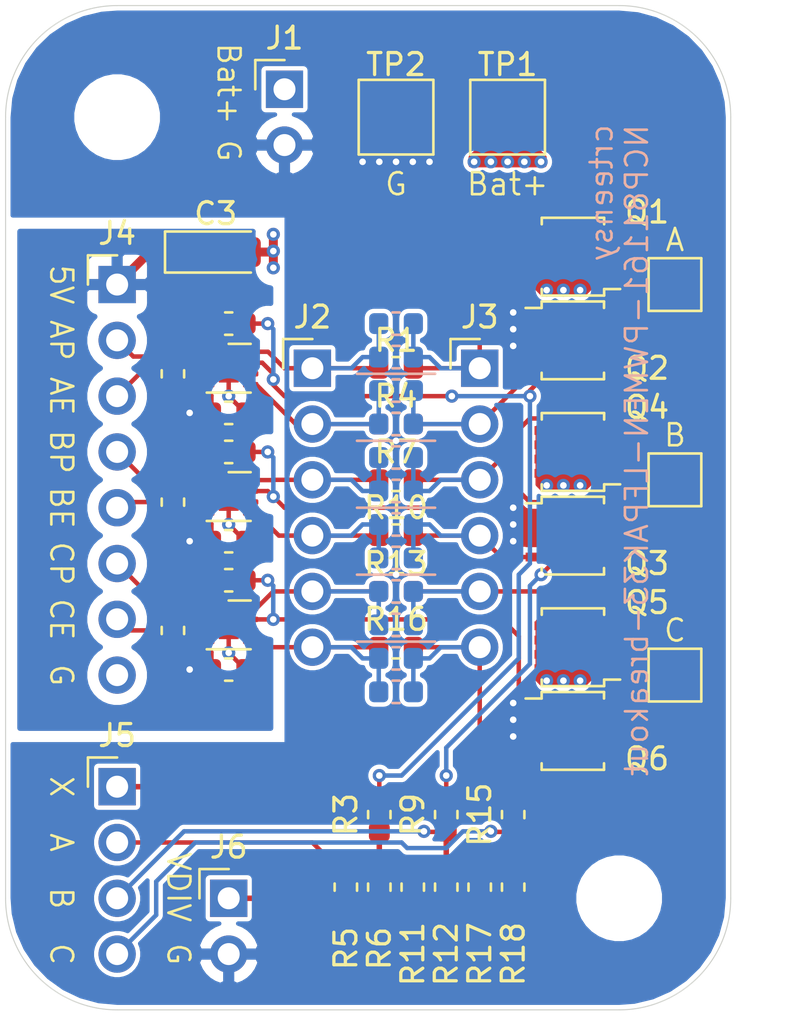
<source format=kicad_pcb>
(kicad_pcb (version 20171130) (host pcbnew 5.1.6-c6e7f7d~87~ubuntu18.04.1)
  (layers (0 "F.Cu_(sig)" signal) (1 "In1.Cu_(batt)" signal) (2 "In2.Cu_(gnd)" signal) (31 "B.Cu_(5V_sig)" signal) (34 B.Paste user) (35 F.Paste user) (36 B.SilkS user) (37 F.SilkS user) (38 B.Mask user) (39 F.Mask user) (44 Edge.Cuts user))
  (net 0 "")
  (net 1 "Net-(C1-Pad2)")
  (net 2 /OUT_A)
  (net 3 +5V)
  (net 4 GND)
  (net 5 "Net-(C4-Pad2)")
  (net 6 /OUT_B)
  (net 7 "Net-(C6-Pad2)")
  (net 8 /OUT_C)
  (net 9 +BATT)
  (net 10 /DRV_A_L)
  (net 11 /DRV_A_H)
  (net 12 /G_A_L)
  (net 13 /G_A_H)
  (net 14 /C_EN)
  (net 15 /C_PWM)
  (net 16 /B_EN)
  (net 17 /B_PWM)
  (net 18 /A_EN)
  (net 19 /A_PWM)
  (net 20 /M_C)
  (net 21 /M_B)
  (net 22 /M_A)
  (net 23 /M_Y)
  (net 24 /G_B_H)
  (net 25 /G_B_L)
  (net 26 /G_C_H)
  (net 27 /G_C_L)
  (net 28 /DRV_B_H)
  (net 29 /DRV_B_L)
  (net 30 /DRV_C_H)
  (net 31 /DRV_C_L)
  (net 32 /VDIV)
  (module Connector_PinHeader_2.54mm:PinHeader_1x02_P2.54mm_Vertical (layer "F.Cu_(sig)") (at 116.84 96.52)
    (fp_text reference J6 (at 0 -2.33) (layer F.SilkS))
    (fp_text value Conn_01x02)
    (pad 2 thru_hole oval (at 0 2.54) (size 1.7 1.7) (drill 1) (layers *.Cu *.Mask) (net 4 GND))
    (pad 1 thru_hole rect (at 0 0) (size 1.7 1.7) (drill 1) (layers *.Cu *.Mask) (net 32 /VDIV))
  )
  (module Connector_PinHeader_2.54mm:PinHeader_1x04_P2.54mm_Vertical (layer "F.Cu_(sig)") (at 111.76 91.44)
    (fp_text reference J5 (at 0 -2.33) (layer F.SilkS))
    (fp_text value Conn_01x04)
    (pad 4 thru_hole oval (at 0 7.62) (size 1.7 1.7) (drill 1) (layers *.Cu *.Mask) (net 20 /M_C))
    (pad 3 thru_hole oval (at 0 5.08) (size 1.7 1.7) (drill 1) (layers *.Cu *.Mask) (net 21 /M_B))
    (pad 2 thru_hole oval (at 0 2.54) (size 1.7 1.7) (drill 1) (layers *.Cu *.Mask) (net 22 /M_A))
    (pad 1 thru_hole rect (at 0 0) (size 1.7 1.7) (drill 1) (layers *.Cu *.Mask) (net 23 /M_Y))
  )
  (module Connector_PinHeader_2.54mm:PinHeader_1x02_P2.54mm_Vertical (layer "F.Cu_(sig)") (at 119.38 59.69)
    (fp_text reference J1 (at 0 -2.33) (layer F.SilkS))
    (fp_text value Conn_01x02)
    (pad 2 thru_hole oval (at 0 2.54) (size 1.7 1.7) (drill 1) (layers *.Cu *.Mask) (net 4 GND))
    (pad 1 thru_hole rect (at 0 0) (size 1.7 1.7) (drill 1) (layers *.Cu *.Mask) (net 9 +BATT))
  )
  (module Connector_PinHeader_2.54mm:PinHeader_1x08_P2.54mm_Vertical (layer "F.Cu_(sig)") (at 111.76 68.58)
    (fp_text reference J4 (at 0 -2.33) (layer F.SilkS))
    (fp_text value Conn_01x08)
    (pad 8 thru_hole oval (at 0 17.78) (size 1.7 1.7) (drill 1) (layers *.Cu *.Mask) (net 4 GND))
    (pad 7 thru_hole oval (at 0 15.24) (size 1.7 1.7) (drill 1) (layers *.Cu *.Mask) (net 14 /C_EN))
    (pad 6 thru_hole oval (at 0 12.7) (size 1.7 1.7) (drill 1) (layers *.Cu *.Mask) (net 15 /C_PWM))
    (pad 5 thru_hole oval (at 0 10.16) (size 1.7 1.7) (drill 1) (layers *.Cu *.Mask) (net 16 /B_EN))
    (pad 4 thru_hole oval (at 0 7.62) (size 1.7 1.7) (drill 1) (layers *.Cu *.Mask) (net 17 /B_PWM))
    (pad 3 thru_hole oval (at 0 5.08) (size 1.7 1.7) (drill 1) (layers *.Cu *.Mask) (net 18 /A_EN))
    (pad 2 thru_hole oval (at 0 2.54) (size 1.7 1.7) (drill 1) (layers *.Cu *.Mask) (net 19 /A_PWM))
    (pad 1 thru_hole rect (at 0 0) (size 1.7 1.7) (drill 1) (layers *.Cu *.Mask) (net 3 +5V))
  )
  (module Connector_PinHeader_2.54mm:PinHeader_1x06_P2.54mm_Vertical (layer "F.Cu_(sig)") (at 128.27 72.39)
    (fp_text reference J3 (at 0 -2.33) (layer F.SilkS))
    (fp_text value Conn_01x06)
    (pad 6 thru_hole oval (at 0 12.7) (size 1.7 1.7) (drill 1) (layers *.Cu *.Mask) (net 27 /G_C_L))
    (pad 5 thru_hole oval (at 0 10.16) (size 1.7 1.7) (drill 1) (layers *.Cu *.Mask) (net 26 /G_C_H))
    (pad 4 thru_hole oval (at 0 7.62) (size 1.7 1.7) (drill 1) (layers *.Cu *.Mask) (net 25 /G_B_L))
    (pad 3 thru_hole oval (at 0 5.08) (size 1.7 1.7) (drill 1) (layers *.Cu *.Mask) (net 24 /G_B_H))
    (pad 2 thru_hole oval (at 0 2.54) (size 1.7 1.7) (drill 1) (layers *.Cu *.Mask) (net 12 /G_A_L))
    (pad 1 thru_hole rect (at 0 0) (size 1.7 1.7) (drill 1) (layers *.Cu *.Mask) (net 13 /G_A_H))
  )
  (module Connector_PinHeader_2.54mm:PinHeader_1x06_P2.54mm_Vertical (layer "F.Cu_(sig)") (at 120.65 72.39)
    (fp_text reference J2 (at 0 -2.33) (layer F.SilkS))
    (fp_text value Conn_01x06)
    (pad 6 thru_hole oval (at 0 12.7) (size 1.7 1.7) (drill 1) (layers *.Cu *.Mask) (net 31 /DRV_C_L))
    (pad 5 thru_hole oval (at 0 10.16) (size 1.7 1.7) (drill 1) (layers *.Cu *.Mask) (net 30 /DRV_C_H))
    (pad 4 thru_hole oval (at 0 7.62) (size 1.7 1.7) (drill 1) (layers *.Cu *.Mask) (net 29 /DRV_B_L))
    (pad 3 thru_hole oval (at 0 5.08) (size 1.7 1.7) (drill 1) (layers *.Cu *.Mask) (net 28 /DRV_B_H))
    (pad 2 thru_hole oval (at 0 2.54) (size 1.7 1.7) (drill 1) (layers *.Cu *.Mask) (net 10 /DRV_A_L))
    (pad 1 thru_hole rect (at 0 0) (size 1.7 1.7) (drill 1) (layers *.Cu *.Mask) (net 11 /DRV_A_H))
  )
  (module Resistor_SMD:R_0603_1608Metric (layer "B.Cu_(5V_sig)") (at 124.46 87.122 180)
    (fp_text reference R30 hide)
    (fp_text value 0R0)
    (pad 2 smd roundrect (at 0.7875 0 180) (size 0.875 0.95) (layers "B.Cu_(5V_sig)" B.Paste B.Mask) (net 31 /DRV_C_L))
    (pad 1 smd roundrect (at -0.7875 0 180) (size 0.875 0.95) (layers "B.Cu_(5V_sig)" B.Paste B.Mask) (net 27 /G_C_L))
  )
  (module Resistor_SMD:R_0603_1608Metric (layer "B.Cu_(5V_sig)") (at 124.46 85.598 180)
    (fp_text reference R29 hide)
    (fp_text value 10R0)
    (pad 2 smd roundrect (at 0.7875 0 180) (size 0.875 0.95) (layers "B.Cu_(5V_sig)" B.Paste B.Mask) (net 31 /DRV_C_L))
    (pad 1 smd roundrect (at -0.7875 0 180) (size 0.875 0.95) (layers "B.Cu_(5V_sig)" B.Paste B.Mask) (net 27 /G_C_L))
  )
  (module Resistor_SMD:R_0603_1608Metric (layer "B.Cu_(5V_sig)") (at 124.46 84.074 180)
    (fp_text reference R28 hide)
    (fp_text value 0R0)
    (pad 2 smd roundrect (at 0.7875 0 180) (size 0.875 0.95) (layers "B.Cu_(5V_sig)" B.Paste B.Mask) (net 30 /DRV_C_H))
    (pad 1 smd roundrect (at -0.7875 0 180) (size 0.875 0.95) (layers "B.Cu_(5V_sig)" B.Paste B.Mask) (net 26 /G_C_H))
  )
  (module Resistor_SMD:R_0603_1608Metric (layer "B.Cu_(5V_sig)") (at 124.46 82.55 180)
    (fp_text reference R27 hide)
    (fp_text value 10R0)
    (pad 2 smd roundrect (at 0.7875 0 180) (size 0.875 0.95) (layers "B.Cu_(5V_sig)" B.Paste B.Mask) (net 30 /DRV_C_H))
    (pad 1 smd roundrect (at -0.7875 0 180) (size 0.875 0.95) (layers "B.Cu_(5V_sig)" B.Paste B.Mask) (net 26 /G_C_H))
  )
  (module Resistor_SMD:R_0603_1608Metric (layer "B.Cu_(5V_sig)") (at 124.46 81.026 180)
    (fp_text reference R26 hide)
    (fp_text value 0R0)
    (pad 2 smd roundrect (at 0.7875 0 180) (size 0.875 0.95) (layers "B.Cu_(5V_sig)" B.Paste B.Mask) (net 29 /DRV_B_L))
    (pad 1 smd roundrect (at -0.7875 0 180) (size 0.875 0.95) (layers "B.Cu_(5V_sig)" B.Paste B.Mask) (net 25 /G_B_L))
  )
  (module Resistor_SMD:R_0603_1608Metric (layer "B.Cu_(5V_sig)") (at 124.46 79.502 180)
    (fp_text reference R25 hide)
    (fp_text value 10R0)
    (pad 2 smd roundrect (at 0.7875 0 180) (size 0.875 0.95) (layers "B.Cu_(5V_sig)" B.Paste B.Mask) (net 29 /DRV_B_L))
    (pad 1 smd roundrect (at -0.7875 0 180) (size 0.875 0.95) (layers "B.Cu_(5V_sig)" B.Paste B.Mask) (net 25 /G_B_L))
  )
  (module Resistor_SMD:R_0603_1608Metric (layer "B.Cu_(5V_sig)") (at 124.46 76.454)
    (fp_text reference R24 hide)
    (fp_text value 10R0)
    (pad 2 smd roundrect (at 0.7875 0) (size 0.875 0.95) (layers "B.Cu_(5V_sig)" B.Paste B.Mask) (net 24 /G_B_H))
    (pad 1 smd roundrect (at -0.7875 0) (size 0.875 0.95) (layers "B.Cu_(5V_sig)" B.Paste B.Mask) (net 28 /DRV_B_H))
  )
  (module Resistor_SMD:R_0603_1608Metric (layer "B.Cu_(5V_sig)") (at 124.46 77.978 180)
    (fp_text reference R23 hide)
    (fp_text value 0R0)
    (pad 2 smd roundrect (at 0.7875 0 180) (size 0.875 0.95) (layers "B.Cu_(5V_sig)" B.Paste B.Mask) (net 28 /DRV_B_H))
    (pad 1 smd roundrect (at -0.7875 0 180) (size 0.875 0.95) (layers "B.Cu_(5V_sig)" B.Paste B.Mask) (net 24 /G_B_H))
  )
  (module Resistor_SMD:R_0603_1608Metric (layer "B.Cu_(5V_sig)") (at 124.46 73.406)
    (fp_text reference R22 hide)
    (fp_text value 10R0)
    (pad 2 smd roundrect (at 0.7875 0) (size 0.875 0.95) (layers "B.Cu_(5V_sig)" B.Paste B.Mask) (net 12 /G_A_L))
    (pad 1 smd roundrect (at -0.7875 0) (size 0.875 0.95) (layers "B.Cu_(5V_sig)" B.Paste B.Mask) (net 10 /DRV_A_L))
  )
  (module Resistor_SMD:R_0603_1608Metric (layer "B.Cu_(5V_sig)") (at 124.46 74.93 180)
    (fp_text reference R21 hide)
    (fp_text value 0R0)
    (pad 2 smd roundrect (at 0.7875 0 180) (size 0.875 0.95) (layers "B.Cu_(5V_sig)" B.Paste B.Mask) (net 10 /DRV_A_L))
    (pad 1 smd roundrect (at -0.7875 0 180) (size 0.875 0.95) (layers "B.Cu_(5V_sig)" B.Paste B.Mask) (net 12 /G_A_L))
  )
  (module Resistor_SMD:R_0603_1608Metric (layer "B.Cu_(5V_sig)") (at 124.46 70.358)
    (fp_text reference R20 hide)
    (fp_text value 10R0)
    (pad 2 smd roundrect (at 0.7875 0) (size 0.875 0.95) (layers "B.Cu_(5V_sig)" B.Paste B.Mask) (net 13 /G_A_H))
    (pad 1 smd roundrect (at -0.7875 0) (size 0.875 0.95) (layers "B.Cu_(5V_sig)" B.Paste B.Mask) (net 11 /DRV_A_H))
  )
  (module Resistor_SMD:R_0603_1608Metric (layer "B.Cu_(5V_sig)") (at 124.46 71.882 180)
    (fp_text reference R19 hide)
    (fp_text value 0R0)
    (pad 2 smd roundrect (at 0.7875 0 180) (size 0.875 0.95) (layers "B.Cu_(5V_sig)" B.Paste B.Mask) (net 11 /DRV_A_H))
    (pad 1 smd roundrect (at -0.7875 0 180) (size 0.875 0.95) (layers "B.Cu_(5V_sig)" B.Paste B.Mask) (net 13 /G_A_H))
  )
  (module MountingHole:MountingHole_3.5mm (layer "F.Cu_(sig)") (at 134.62 96.52)
    (fp_text reference H2 hide)
    (fp_text value MountingHole)
    (pad 1 np_thru_hole circle (at 0 0) (size 3.5 3.5) (drill 3.5) (layers *.Cu *.Mask))
  )
  (module MountingHole:MountingHole_3.5mm (layer "F.Cu_(sig)") (at 111.76 60.96)
    (fp_text reference H1 hide)
    (fp_text value MountingHole)
    (pad 1 np_thru_hole circle (at 0 0) (size 3.5 3.5) (drill 3.5) (layers *.Cu *.Mask))
  )
  (module Package_DFN_QFN:DFN-8-1EP_2x2mm_P0.5mm_EP0.9x1.3mm (layer "F.Cu_(sig)") (at 116.84 84.074)
    (fp_text reference U3 hide)
    (fp_text value NCP81161MNTBG)
    (pad 9 smd rect (at 0 0) (size 0.9 1.3) (layers "F.Cu_(sig)" F.Mask) (net 4 GND))
    (pad 8 smd roundrect (at 1 -0.75) (size 0.7 0.25) (layers "F.Cu_(sig)" F.Paste F.Mask) (net 30 /DRV_C_H))
    (pad 7 smd roundrect (at 1 -0.25) (size 0.7 0.25) (layers "F.Cu_(sig)" F.Paste F.Mask) (net 8 /OUT_C))
    (pad 6 smd roundrect (at 1 0.25) (size 0.7 0.25) (layers "F.Cu_(sig)" F.Paste F.Mask) (net 4 GND))
    (pad 5 smd roundrect (at 1 0.75) (size 0.7 0.25) (layers "F.Cu_(sig)" F.Paste F.Mask) (net 31 /DRV_C_L))
    (pad 4 smd roundrect (at -1 0.75) (size 0.7 0.25) (layers "F.Cu_(sig)" F.Paste F.Mask) (net 3 +5V))
    (pad 3 smd roundrect (at -1 0.25) (size 0.7 0.25) (layers "F.Cu_(sig)" F.Paste F.Mask) (net 14 /C_EN))
    (pad 2 smd roundrect (at -1 -0.25) (size 0.7 0.25) (layers "F.Cu_(sig)" F.Paste F.Mask) (net 15 /C_PWM))
    (pad 1 smd roundrect (at -1 -0.75) (size 0.7 0.25) (layers "F.Cu_(sig)" F.Paste F.Mask) (net 7 "Net-(C6-Pad2)"))
  )
  (module Package_DFN_QFN:DFN-8-1EP_2x2mm_P0.5mm_EP0.9x1.3mm (layer "F.Cu_(sig)") (at 116.84 78.232)
    (fp_text reference U2 hide)
    (fp_text value NCP81161MNTBG)
    (pad 9 smd rect (at 0 0) (size 0.9 1.3) (layers "F.Cu_(sig)" F.Mask) (net 4 GND))
    (pad 8 smd roundrect (at 1 -0.75) (size 0.7 0.25) (layers "F.Cu_(sig)" F.Paste F.Mask) (net 28 /DRV_B_H))
    (pad 7 smd roundrect (at 1 -0.25) (size 0.7 0.25) (layers "F.Cu_(sig)" F.Paste F.Mask) (net 6 /OUT_B))
    (pad 6 smd roundrect (at 1 0.25) (size 0.7 0.25) (layers "F.Cu_(sig)" F.Paste F.Mask) (net 4 GND))
    (pad 5 smd roundrect (at 1 0.75) (size 0.7 0.25) (layers "F.Cu_(sig)" F.Paste F.Mask) (net 29 /DRV_B_L))
    (pad 4 smd roundrect (at -1 0.75) (size 0.7 0.25) (layers "F.Cu_(sig)" F.Paste F.Mask) (net 3 +5V))
    (pad 3 smd roundrect (at -1 0.25) (size 0.7 0.25) (layers "F.Cu_(sig)" F.Paste F.Mask) (net 16 /B_EN))
    (pad 2 smd roundrect (at -1 -0.25) (size 0.7 0.25) (layers "F.Cu_(sig)" F.Paste F.Mask) (net 17 /B_PWM))
    (pad 1 smd roundrect (at -1 -0.75) (size 0.7 0.25) (layers "F.Cu_(sig)" F.Paste F.Mask) (net 5 "Net-(C4-Pad2)"))
  )
  (module Package_DFN_QFN:DFN-8-1EP_2x2mm_P0.5mm_EP0.9x1.3mm (layer "F.Cu_(sig)") (at 116.84 72.39)
    (fp_text reference U1 hide)
    (fp_text value NCP81161MNTBG)
    (pad 9 smd rect (at 0 0) (size 0.9 1.3) (layers "F.Cu_(sig)" F.Mask) (net 4 GND))
    (pad 8 smd roundrect (at 1 -0.75) (size 0.7 0.25) (layers "F.Cu_(sig)" F.Paste F.Mask) (net 11 /DRV_A_H))
    (pad 7 smd roundrect (at 1 -0.25) (size 0.7 0.25) (layers "F.Cu_(sig)" F.Paste F.Mask) (net 2 /OUT_A))
    (pad 6 smd roundrect (at 1 0.25) (size 0.7 0.25) (layers "F.Cu_(sig)" F.Paste F.Mask) (net 4 GND))
    (pad 5 smd roundrect (at 1 0.75) (size 0.7 0.25) (layers "F.Cu_(sig)" F.Paste F.Mask) (net 10 /DRV_A_L))
    (pad 4 smd roundrect (at -1 0.75) (size 0.7 0.25) (layers "F.Cu_(sig)" F.Paste F.Mask) (net 3 +5V))
    (pad 3 smd roundrect (at -1 0.25) (size 0.7 0.25) (layers "F.Cu_(sig)" F.Paste F.Mask) (net 18 /A_EN))
    (pad 2 smd roundrect (at -1 -0.25) (size 0.7 0.25) (layers "F.Cu_(sig)" F.Paste F.Mask) (net 19 /A_PWM))
    (pad 1 smd roundrect (at -1 -0.75) (size 0.7 0.25) (layers "F.Cu_(sig)" F.Paste F.Mask) (net 1 "Net-(C1-Pad2)"))
  )
  (module TestPoint:TestPoint_Pad_2.0x2.0mm (layer "F.Cu_(sig)") (at 137.16 86.36)
    (fp_text reference TPC1 hide)
    (fp_text value TestPoint_Flag)
    (pad 1 smd rect (at 0 0) (size 2 2) (layers "F.Cu_(sig)" F.Mask) (net 8 /OUT_C))
  )
  (module TestPoint:TestPoint_Pad_2.0x2.0mm (layer "F.Cu_(sig)") (at 137.16 77.47)
    (fp_text reference TPB1 hide)
    (fp_text value TestPoint_Flag)
    (pad 1 smd rect (at 0 0) (size 2 2) (layers "F.Cu_(sig)" F.Mask) (net 6 /OUT_B))
  )
  (module TestPoint:TestPoint_Pad_2.0x2.0mm (layer "F.Cu_(sig)") (at 137.16 68.58)
    (fp_text reference TPA1 hide)
    (fp_text value TestPoint_Flag)
    (pad 1 smd rect (at 0 0) (size 2 2) (layers "F.Cu_(sig)" F.Mask) (net 2 /OUT_A))
  )
  (module TestPoint:TestPoint_Pad_3.0x3.0mm (layer "F.Cu_(sig)") (at 124.46 60.96)
    (fp_text reference TP2 (at 0 -2.398) (layer F.SilkS))
    (fp_text value TestPoint_Flag)
    (pad 1 smd rect (at 0 0) (size 3 3) (layers "F.Cu_(sig)" F.Mask) (net 4 GND))
  )
  (module TestPoint:TestPoint_Pad_3.0x3.0mm (layer "F.Cu_(sig)") (at 129.54 60.96)
    (fp_text reference TP1 (at 0 -2.398) (layer F.SilkS))
    (fp_text value TestPoint_Flag)
    (pad 1 smd rect (at 0 0) (size 3 3) (layers "F.Cu_(sig)" F.Mask) (net 9 +BATT))
  )
  (module Resistor_SMD:R_0603_1608Metric (layer "F.Cu_(sig)") (at 129.794 96.012 270)
    (fp_text reference R18 (at 3.048 0 90) (layer F.SilkS))
    (fp_text value 2k2)
    (pad 2 smd roundrect (at 0.7875 0 270) (size 0.875 0.95) (layers "F.Cu_(sig)" F.Paste F.Mask) (net 32 /VDIV))
    (pad 1 smd roundrect (at -0.7875 0 270) (size 0.875 0.95) (layers "F.Cu_(sig)" F.Paste F.Mask) (net 20 /M_C))
  )
  (module Resistor_SMD:R_0603_1608Metric (layer "F.Cu_(sig)") (at 128.27 96.012 90)
    (fp_text reference R17 (at -3.048 0 90) (layer F.SilkS))
    (fp_text value 2k2)
    (pad 2 smd roundrect (at 0.7875 0 90) (size 0.875 0.95) (layers "F.Cu_(sig)" F.Paste F.Mask) (net 20 /M_C))
    (pad 1 smd roundrect (at -0.7875 0 90) (size 0.875 0.95) (layers "F.Cu_(sig)" F.Paste F.Mask) (net 23 /M_Y))
  )
  (module Resistor_SMD:R_0603_1608Metric (layer "F.Cu_(sig)") (at 124.46 85.09)
    (fp_text reference R16 (at 0 -1.27) (layer F.SilkS))
    (fp_text value 10R0)
    (pad 2 smd roundrect (at 0.7875 0) (size 0.875 0.95) (layers "F.Cu_(sig)" F.Paste F.Mask) (net 27 /G_C_L))
    (pad 1 smd roundrect (at -0.7875 0) (size 0.875 0.95) (layers "F.Cu_(sig)" F.Paste F.Mask) (net 31 /DRV_C_L))
  )
  (module Resistor_SMD:R_0603_1608Metric (layer "F.Cu_(sig)") (at 129.794 92.71 270)
    (fp_text reference R15 (at 0 1.524 90) (layer F.SilkS))
    (fp_text value 10k)
    (pad 2 smd roundrect (at 0.7875 0 270) (size 0.875 0.95) (layers "F.Cu_(sig)" F.Paste F.Mask) (net 20 /M_C))
    (pad 1 smd roundrect (at -0.7875 0 270) (size 0.875 0.95) (layers "F.Cu_(sig)" F.Paste F.Mask) (net 8 /OUT_C))
  )
  (module Resistor_SMD:R_0603_1608Metric (layer "F.Cu_(sig)") (at 114.3 84.328 90)
    (fp_text reference R14 hide)
    (fp_text value 10k)
    (pad 2 smd roundrect (at 0.7875 0 90) (size 0.875 0.95) (layers "F.Cu_(sig)" F.Paste F.Mask) (net 15 /C_PWM))
    (pad 1 smd roundrect (at -0.7875 0 90) (size 0.875 0.95) (layers "F.Cu_(sig)" F.Paste F.Mask) (net 3 +5V))
  )
  (module Resistor_SMD:R_0603_1608Metric (layer "F.Cu_(sig)") (at 124.46 82.55 180)
    (fp_text reference R13 (at 0 1.27) (layer F.SilkS))
    (fp_text value 10R0)
    (pad 2 smd roundrect (at 0.7875 0 180) (size 0.875 0.95) (layers "F.Cu_(sig)" F.Paste F.Mask) (net 30 /DRV_C_H))
    (pad 1 smd roundrect (at -0.7875 0 180) (size 0.875 0.95) (layers "F.Cu_(sig)" F.Paste F.Mask) (net 26 /G_C_H))
  )
  (module Resistor_SMD:R_0603_1608Metric (layer "F.Cu_(sig)") (at 126.746 96.012 270)
    (fp_text reference R12 (at 3.048 0 90) (layer F.SilkS))
    (fp_text value 2k2)
    (pad 2 smd roundrect (at 0.7875 0 270) (size 0.875 0.95) (layers "F.Cu_(sig)" F.Paste F.Mask) (net 32 /VDIV))
    (pad 1 smd roundrect (at -0.7875 0 270) (size 0.875 0.95) (layers "F.Cu_(sig)" F.Paste F.Mask) (net 21 /M_B))
  )
  (module Resistor_SMD:R_0603_1608Metric (layer "F.Cu_(sig)") (at 125.222 96.012 90)
    (fp_text reference R11 (at -3.048 0 90) (layer F.SilkS))
    (fp_text value 2k2)
    (pad 2 smd roundrect (at 0.7875 0 90) (size 0.875 0.95) (layers "F.Cu_(sig)" F.Paste F.Mask) (net 21 /M_B))
    (pad 1 smd roundrect (at -0.7875 0 90) (size 0.875 0.95) (layers "F.Cu_(sig)" F.Paste F.Mask) (net 23 /M_Y))
  )
  (module Resistor_SMD:R_0603_1608Metric (layer "F.Cu_(sig)") (at 124.46 80.01)
    (fp_text reference R10 (at 0 -1.27) (layer F.SilkS))
    (fp_text value 10R0)
    (pad 2 smd roundrect (at 0.7875 0) (size 0.875 0.95) (layers "F.Cu_(sig)" F.Paste F.Mask) (net 25 /G_B_L))
    (pad 1 smd roundrect (at -0.7875 0) (size 0.875 0.95) (layers "F.Cu_(sig)" F.Paste F.Mask) (net 29 /DRV_B_L))
  )
  (module Resistor_SMD:R_0603_1608Metric (layer "F.Cu_(sig)") (at 126.746 92.71 270)
    (fp_text reference R9 (at 0 1.524 90) (layer F.SilkS))
    (fp_text value 10k)
    (pad 2 smd roundrect (at 0.7875 0 270) (size 0.875 0.95) (layers "F.Cu_(sig)" F.Paste F.Mask) (net 21 /M_B))
    (pad 1 smd roundrect (at -0.7875 0 270) (size 0.875 0.95) (layers "F.Cu_(sig)" F.Paste F.Mask) (net 6 /OUT_B))
  )
  (module Resistor_SMD:R_0603_1608Metric (layer "F.Cu_(sig)") (at 114.3 78.486 90)
    (fp_text reference R8 hide)
    (fp_text value 10k)
    (pad 2 smd roundrect (at 0.7875 0 90) (size 0.875 0.95) (layers "F.Cu_(sig)" F.Paste F.Mask) (net 17 /B_PWM))
    (pad 1 smd roundrect (at -0.7875 0 90) (size 0.875 0.95) (layers "F.Cu_(sig)" F.Paste F.Mask) (net 3 +5V))
  )
  (module Resistor_SMD:R_0603_1608Metric (layer "F.Cu_(sig)") (at 124.46 77.47 180)
    (fp_text reference R7 (at 0 1.27) (layer F.SilkS))
    (fp_text value 10R0)
    (pad 2 smd roundrect (at 0.7875 0 180) (size 0.875 0.95) (layers "F.Cu_(sig)" F.Paste F.Mask) (net 28 /DRV_B_H))
    (pad 1 smd roundrect (at -0.7875 0 180) (size 0.875 0.95) (layers "F.Cu_(sig)" F.Paste F.Mask) (net 24 /G_B_H))
  )
  (module Resistor_SMD:R_0603_1608Metric (layer "F.Cu_(sig)") (at 123.698 96.012 270)
    (fp_text reference R6 (at 2.794 0 90) (layer F.SilkS))
    (fp_text value 2k2)
    (pad 2 smd roundrect (at 0.7875 0 270) (size 0.875 0.95) (layers "F.Cu_(sig)" F.Paste F.Mask) (net 32 /VDIV))
    (pad 1 smd roundrect (at -0.7875 0 270) (size 0.875 0.95) (layers "F.Cu_(sig)" F.Paste F.Mask) (net 22 /M_A))
  )
  (module Resistor_SMD:R_0603_1608Metric (layer "F.Cu_(sig)") (at 122.174 96.012 90)
    (fp_text reference R5 (at -2.794 0 90) (layer F.SilkS))
    (fp_text value 2k2)
    (pad 2 smd roundrect (at 0.7875 0 90) (size 0.875 0.95) (layers "F.Cu_(sig)" F.Paste F.Mask) (net 22 /M_A))
    (pad 1 smd roundrect (at -0.7875 0 90) (size 0.875 0.95) (layers "F.Cu_(sig)" F.Paste F.Mask) (net 23 /M_Y))
  )
  (module Resistor_SMD:R_0603_1608Metric (layer "F.Cu_(sig)") (at 124.46 74.93)
    (fp_text reference R4 (at 0 -1.27) (layer F.SilkS))
    (fp_text value 10R0)
    (pad 2 smd roundrect (at 0.7875 0) (size 0.875 0.95) (layers "F.Cu_(sig)" F.Paste F.Mask) (net 12 /G_A_L))
    (pad 1 smd roundrect (at -0.7875 0) (size 0.875 0.95) (layers "F.Cu_(sig)" F.Paste F.Mask) (net 10 /DRV_A_L))
  )
  (module Resistor_SMD:R_0603_1608Metric (layer "F.Cu_(sig)") (at 123.698 92.71 270)
    (fp_text reference R3 (at 0 1.524 90) (layer F.SilkS))
    (fp_text value 10k)
    (pad 2 smd roundrect (at 0.7875 0 270) (size 0.875 0.95) (layers "F.Cu_(sig)" F.Paste F.Mask) (net 22 /M_A))
    (pad 1 smd roundrect (at -0.7875 0 270) (size 0.875 0.95) (layers "F.Cu_(sig)" F.Paste F.Mask) (net 2 /OUT_A))
  )
  (module Resistor_SMD:R_0603_1608Metric (layer "F.Cu_(sig)") (at 114.3 72.644 90)
    (fp_text reference R2 hide)
    (fp_text value 10k)
    (pad 2 smd roundrect (at 0.7875 0 90) (size 0.875 0.95) (layers "F.Cu_(sig)" F.Paste F.Mask) (net 19 /A_PWM))
    (pad 1 smd roundrect (at -0.7875 0 90) (size 0.875 0.95) (layers "F.Cu_(sig)" F.Paste F.Mask) (net 3 +5V))
  )
  (module Resistor_SMD:R_0603_1608Metric (layer "F.Cu_(sig)") (at 124.46 72.39 180)
    (fp_text reference R1 (at 0 1.27) (layer F.SilkS))
    (fp_text value 10R0)
    (pad 2 smd roundrect (at 0.7875 0 180) (size 0.875 0.95) (layers "F.Cu_(sig)" F.Paste F.Mask) (net 11 /DRV_A_H))
    (pad 1 smd roundrect (at -0.7875 0 180) (size 0.875 0.95) (layers "F.Cu_(sig)" F.Paste F.Mask) (net 13 /G_A_H))
  )
  (module Package_TO_SOT_SMD:LFPAK33 (layer "F.Cu_(sig)") (at 132.31 88.9)
    (fp_text reference Q6 (at 3.58 1.27) (layer F.SilkS))
    (fp_text value PSMN1R8-30MLH)
    (pad 5 smd custom (at 0.405 0) (size 1.85 2.25) (layers "F.Cu_(sig)" F.Mask) (net 8 /OUT_C) (options (clearance outline) (anchor rect)) (primitives (gr_poly (pts (xy 0.925 -1.175) (xy 1.545 -1.175) (xy 1.545 -0.775) (xy 0.925 -0.775)) (width 0)) (gr_poly (pts (xy 0.925 -0.525) (xy 1.545 -0.525) (xy 1.545 -0.125) (xy 0.925 -0.125)) (width 0)) (gr_poly (pts (xy 0.925 0.125) (xy 1.545 0.125) (xy 1.545 0.525) (xy 0.925 0.525)) (width 0)) (gr_poly (pts (xy 0.925 0.775) (xy 1.545 0.775) (xy 1.545 1.175) (xy 0.925 1.175)) (width 0))))
    (pad 4 smd rect (at -1.535 0.975) (size 0.83 0.4) (layers "F.Cu_(sig)" F.Mask) (net 27 /G_C_L))
    (pad 3 smd rect (at -1.535 0.325) (size 0.83 0.4) (layers "F.Cu_(sig)" F.Mask) (net 4 GND))
    (pad 1 smd rect (at -1.535 -0.975) (size 0.83 0.4) (layers "F.Cu_(sig)" F.Mask) (net 4 GND))
    (pad 2 smd rect (at -1.535 -0.325) (size 0.83 0.4) (layers "F.Cu_(sig)" F.Mask) (net 4 GND))
  )
  (module Package_TO_SOT_SMD:LFPAK33 (layer "F.Cu_(sig)") (at 132.715 85.09 180)
    (fp_text reference Q5 (at -3.175 2.032) (layer F.SilkS))
    (fp_text value PSMN1R8-30MLH)
    (pad 5 smd custom (at 0.405 0 180) (size 1.85 2.25) (layers "F.Cu_(sig)" F.Mask) (net 9 +BATT) (options (clearance outline) (anchor rect)) (primitives (gr_poly (pts (xy 0.925 -1.175) (xy 1.545 -1.175) (xy 1.545 -0.775) (xy 0.925 -0.775)) (width 0)) (gr_poly (pts (xy 0.925 -0.525) (xy 1.545 -0.525) (xy 1.545 -0.125) (xy 0.925 -0.125)) (width 0)) (gr_poly (pts (xy 0.925 0.125) (xy 1.545 0.125) (xy 1.545 0.525) (xy 0.925 0.525)) (width 0)) (gr_poly (pts (xy 0.925 0.775) (xy 1.545 0.775) (xy 1.545 1.175) (xy 0.925 1.175)) (width 0))))
    (pad 4 smd rect (at -1.535 0.975 180) (size 0.83 0.4) (layers "F.Cu_(sig)" F.Mask) (net 26 /G_C_H))
    (pad 3 smd rect (at -1.535 0.325 180) (size 0.83 0.4) (layers "F.Cu_(sig)" F.Mask) (net 8 /OUT_C))
    (pad 1 smd rect (at -1.535 -0.975 180) (size 0.83 0.4) (layers "F.Cu_(sig)" F.Mask) (net 8 /OUT_C))
    (pad 2 smd rect (at -1.535 -0.325 180) (size 0.83 0.4) (layers "F.Cu_(sig)" F.Mask) (net 8 /OUT_C))
  )
  (module Package_TO_SOT_SMD:LFPAK33 (layer "F.Cu_(sig)") (at 132.31 80.01)
    (fp_text reference Q4 (at 3.58 -5.842) (layer F.SilkS))
    (fp_text value PSMN1R8-30MLH)
    (pad 5 smd custom (at 0.405 0) (size 1.85 2.25) (layers "F.Cu_(sig)" F.Mask) (net 6 /OUT_B) (options (clearance outline) (anchor rect)) (primitives (gr_poly (pts (xy 0.925 -1.175) (xy 1.545 -1.175) (xy 1.545 -0.775) (xy 0.925 -0.775)) (width 0)) (gr_poly (pts (xy 0.925 -0.525) (xy 1.545 -0.525) (xy 1.545 -0.125) (xy 0.925 -0.125)) (width 0)) (gr_poly (pts (xy 0.925 0.125) (xy 1.545 0.125) (xy 1.545 0.525) (xy 0.925 0.525)) (width 0)) (gr_poly (pts (xy 0.925 0.775) (xy 1.545 0.775) (xy 1.545 1.175) (xy 0.925 1.175)) (width 0))))
    (pad 4 smd rect (at -1.535 0.975) (size 0.83 0.4) (layers "F.Cu_(sig)" F.Mask) (net 25 /G_B_L))
    (pad 3 smd rect (at -1.535 0.325) (size 0.83 0.4) (layers "F.Cu_(sig)" F.Mask) (net 4 GND))
    (pad 1 smd rect (at -1.535 -0.975) (size 0.83 0.4) (layers "F.Cu_(sig)" F.Mask) (net 4 GND))
    (pad 2 smd rect (at -1.535 -0.325) (size 0.83 0.4) (layers "F.Cu_(sig)" F.Mask) (net 4 GND))
  )
  (module Package_TO_SOT_SMD:LFPAK33 (layer "F.Cu_(sig)") (at 132.715 76.2 180)
    (fp_text reference Q3 (at -3.175 -5.08) (layer F.SilkS))
    (fp_text value PSMN1R8-30MLH)
    (pad 5 smd custom (at 0.405 0 180) (size 1.85 2.25) (layers "F.Cu_(sig)" F.Mask) (net 9 +BATT) (options (clearance outline) (anchor rect)) (primitives (gr_poly (pts (xy 0.925 -1.175) (xy 1.545 -1.175) (xy 1.545 -0.775) (xy 0.925 -0.775)) (width 0)) (gr_poly (pts (xy 0.925 -0.525) (xy 1.545 -0.525) (xy 1.545 -0.125) (xy 0.925 -0.125)) (width 0)) (gr_poly (pts (xy 0.925 0.125) (xy 1.545 0.125) (xy 1.545 0.525) (xy 0.925 0.525)) (width 0)) (gr_poly (pts (xy 0.925 0.775) (xy 1.545 0.775) (xy 1.545 1.175) (xy 0.925 1.175)) (width 0))))
    (pad 4 smd rect (at -1.535 0.975 180) (size 0.83 0.4) (layers "F.Cu_(sig)" F.Mask) (net 24 /G_B_H))
    (pad 3 smd rect (at -1.535 0.325 180) (size 0.83 0.4) (layers "F.Cu_(sig)" F.Mask) (net 6 /OUT_B))
    (pad 1 smd rect (at -1.535 -0.975 180) (size 0.83 0.4) (layers "F.Cu_(sig)" F.Mask) (net 6 /OUT_B))
    (pad 2 smd rect (at -1.535 -0.325 180) (size 0.83 0.4) (layers "F.Cu_(sig)" F.Mask) (net 6 /OUT_B))
  )
  (module Package_TO_SOT_SMD:LFPAK33 (layer "F.Cu_(sig)") (at 132.31 71.12)
    (fp_text reference Q2 (at 3.58 1.27) (layer F.SilkS))
    (fp_text value PSMN1R8-30MLH)
    (pad 5 smd custom (at 0.405 0) (size 1.85 2.25) (layers "F.Cu_(sig)" F.Mask) (net 2 /OUT_A) (options (clearance outline) (anchor rect)) (primitives (gr_poly (pts (xy 0.925 -1.175) (xy 1.545 -1.175) (xy 1.545 -0.775) (xy 0.925 -0.775)) (width 0)) (gr_poly (pts (xy 0.925 -0.525) (xy 1.545 -0.525) (xy 1.545 -0.125) (xy 0.925 -0.125)) (width 0)) (gr_poly (pts (xy 0.925 0.125) (xy 1.545 0.125) (xy 1.545 0.525) (xy 0.925 0.525)) (width 0)) (gr_poly (pts (xy 0.925 0.775) (xy 1.545 0.775) (xy 1.545 1.175) (xy 0.925 1.175)) (width 0))))
    (pad 4 smd rect (at -1.535 0.975) (size 0.83 0.4) (layers "F.Cu_(sig)" F.Mask) (net 12 /G_A_L))
    (pad 3 smd rect (at -1.535 0.325) (size 0.83 0.4) (layers "F.Cu_(sig)" F.Mask) (net 4 GND))
    (pad 1 smd rect (at -1.535 -0.975) (size 0.83 0.4) (layers "F.Cu_(sig)" F.Mask) (net 4 GND))
    (pad 2 smd rect (at -1.535 -0.325) (size 0.83 0.4) (layers "F.Cu_(sig)" F.Mask) (net 4 GND))
  )
  (module Package_TO_SOT_SMD:LFPAK33 (layer "F.Cu_(sig)") (at 132.715 67.31 180)
    (fp_text reference Q1 (at -3.175 2.032) (layer F.SilkS))
    (fp_text value PSMN1R8-30MLH)
    (pad 5 smd custom (at 0.405 0 180) (size 1.85 2.25) (layers "F.Cu_(sig)" F.Mask) (net 9 +BATT) (options (clearance outline) (anchor rect)) (primitives (gr_poly (pts (xy 0.925 -1.175) (xy 1.545 -1.175) (xy 1.545 -0.775) (xy 0.925 -0.775)) (width 0)) (gr_poly (pts (xy 0.925 -0.525) (xy 1.545 -0.525) (xy 1.545 -0.125) (xy 0.925 -0.125)) (width 0)) (gr_poly (pts (xy 0.925 0.125) (xy 1.545 0.125) (xy 1.545 0.525) (xy 0.925 0.525)) (width 0)) (gr_poly (pts (xy 0.925 0.775) (xy 1.545 0.775) (xy 1.545 1.175) (xy 0.925 1.175)) (width 0))))
    (pad 4 smd rect (at -1.535 0.975 180) (size 0.83 0.4) (layers "F.Cu_(sig)" F.Mask) (net 13 /G_A_H))
    (pad 3 smd rect (at -1.535 0.325 180) (size 0.83 0.4) (layers "F.Cu_(sig)" F.Mask) (net 2 /OUT_A))
    (pad 1 smd rect (at -1.535 -0.975 180) (size 0.83 0.4) (layers "F.Cu_(sig)" F.Mask) (net 2 /OUT_A))
    (pad 2 smd rect (at -1.535 -0.325 180) (size 0.83 0.4) (layers "F.Cu_(sig)" F.Mask) (net 2 /OUT_A))
  )
  (module Capacitor_SMD:C_0603_1608Metric (layer "F.Cu_(sig)") (at 116.84 86.106 180)
    (fp_text reference C7 hide)
    (fp_text value 100n)
    (pad 2 smd roundrect (at 0.7875 0 180) (size 0.875 0.95) (layers "F.Cu_(sig)" F.Paste F.Mask) (net 3 +5V))
    (pad 1 smd roundrect (at -0.7875 0 180) (size 0.875 0.95) (layers "F.Cu_(sig)" F.Paste F.Mask) (net 4 GND))
  )
  (module Capacitor_SMD:C_0603_1608Metric (layer "F.Cu_(sig)") (at 116.84 82.042 180)
    (fp_text reference C6 hide)
    (fp_text value 100n)
    (pad 2 smd roundrect (at 0.7875 0 180) (size 0.875 0.95) (layers "F.Cu_(sig)" F.Paste F.Mask) (net 7 "Net-(C6-Pad2)"))
    (pad 1 smd roundrect (at -0.7875 0 180) (size 0.875 0.95) (layers "F.Cu_(sig)" F.Paste F.Mask) (net 8 /OUT_C))
  )
  (module Capacitor_SMD:C_0603_1608Metric (layer "F.Cu_(sig)") (at 116.84 80.264 180)
    (fp_text reference C5 hide)
    (fp_text value 100n)
    (pad 2 smd roundrect (at 0.7875 0 180) (size 0.875 0.95) (layers "F.Cu_(sig)" F.Paste F.Mask) (net 3 +5V))
    (pad 1 smd roundrect (at -0.7875 0 180) (size 0.875 0.95) (layers "F.Cu_(sig)" F.Paste F.Mask) (net 4 GND))
  )
  (module Capacitor_SMD:C_0603_1608Metric (layer "F.Cu_(sig)") (at 116.84 76.2 180)
    (fp_text reference C4 hide)
    (fp_text value 100n)
    (pad 2 smd roundrect (at 0.7875 0 180) (size 0.875 0.95) (layers "F.Cu_(sig)" F.Paste F.Mask) (net 5 "Net-(C4-Pad2)"))
    (pad 1 smd roundrect (at -0.7875 0 180) (size 0.875 0.95) (layers "F.Cu_(sig)" F.Paste F.Mask) (net 6 /OUT_B))
  )
  (module Capacitor_Tantalum_SMD:CP_EIA-3216-18_Kemet-A (layer "F.Cu_(sig)") (at 116.25 67.1)
    (fp_text reference C3 (at 0 -1.75) (layer F.SilkS))
    (fp_text value 10u)
    (pad 2 smd roundrect (at 1.35 0) (size 1.4 1.35) (layers "F.Cu_(sig)" F.Paste F.Mask) (roundrect_rratio 0.185185) (net 4 GND))
    (pad 1 smd roundrect (at -1.35 0) (size 1.4 1.35) (layers "F.Cu_(sig)" F.Paste F.Mask) (roundrect_rratio 0.185185) (net 3 +5V))
  )
  (module Capacitor_SMD:C_0603_1608Metric (layer "F.Cu_(sig)") (at 116.84 74.422 180)
    (fp_text reference C2 hide)
    (fp_text value 100n)
    (pad 2 smd roundrect (at 0.7875 0 180) (size 0.875 0.95) (layers "F.Cu_(sig)" F.Paste F.Mask) (net 3 +5V))
    (pad 1 smd roundrect (at -0.7875 0 180) (size 0.875 0.95) (layers "F.Cu_(sig)" F.Paste F.Mask) (net 4 GND))
  )
  (module Capacitor_SMD:C_0603_1608Metric (layer "F.Cu_(sig)") (at 116.84 70.358 180)
    (fp_text reference C1 hide)
    (fp_text value 100n)
    (pad 2 smd roundrect (at 0.7875 0 180) (size 0.875 0.95) (layers "F.Cu_(sig)" F.Paste F.Mask) (net 1 "Net-(C1-Pad2)"))
    (pad 1 smd roundrect (at -0.7875 0 180) (size 0.875 0.95) (layers "F.Cu_(sig)" F.Paste F.Mask) (net 2 /OUT_A))
  )
  (gr_text C (at 137.16 84.328) (layer F.SilkS) (effects (font (size 1 1) (thickness 0.12))))
  (gr_text B (at 137.16 75.438) (layer F.SilkS) (effects (font (size 1 1) (thickness 0.12))))
  (gr_text A (at 137.16 66.548) (layer F.SilkS) (effects (font (size 1 1) (thickness 0.12))))
  (gr_text G (at 114.554 99.06 270) (layer F.SilkS) (effects (font (size 1 1) (thickness 0.12))))
  (gr_text VDIV (at 114.554 96.012 270) (layer F.SilkS) (effects (font (size 1 1) (thickness 0.12))))
  (gr_text "crteensy\nNCP81161-PWMEN-LFPAK33-breakout" (at 134.62 61.214 90) (layer B.SilkS) (effects (font (size 1 1) (thickness 0.12)) (justify left mirror)))
  (gr_text G (at 124.46 64.008) (layer F.SilkS) (effects (font (size 1 1) (thickness 0.12))))
  (gr_text Bat+ (at 129.54 64.008) (layer F.SilkS) (effects (font (size 1 1) (thickness 0.12))))
  (gr_text G (at 116.84 62.484 270) (layer F.SilkS) (effects (font (size 1 1) (thickness 0.12))))
  (gr_text Bat+ (at 116.84 59.436 270) (layer F.SilkS) (effects (font (size 1 1) (thickness 0.12))))
  (gr_text C (at 109.22 99.06 270) (layer F.SilkS) (effects (font (size 1 1) (thickness 0.12))))
  (gr_text B (at 109.22 96.52 270) (layer F.SilkS) (effects (font (size 1 1) (thickness 0.12))))
  (gr_text A (at 109.22 93.98 270) (layer F.SilkS) (effects (font (size 1 1) (thickness 0.12))))
  (gr_text X (at 109.22 91.44 270) (layer F.SilkS) (effects (font (size 1 1) (thickness 0.12))))
  (gr_text G (at 109.22 86.36 270) (layer F.SilkS) (effects (font (size 1 1) (thickness 0.12))))
  (gr_text CE (at 109.22 83.82 270) (layer F.SilkS) (effects (font (size 1 1) (thickness 0.12))))
  (gr_text CP (at 109.22 81.28 270) (layer F.SilkS) (effects (font (size 1 1) (thickness 0.12))))
  (gr_text BE (at 109.22 78.74 270) (layer F.SilkS) (effects (font (size 1 1) (thickness 0.12))))
  (gr_text BP (at 109.22 76.2 270) (layer F.SilkS) (effects (font (size 1 1) (thickness 0.12))))
  (gr_text AE (at 109.22 73.66 270) (layer F.SilkS) (effects (font (size 1 1) (thickness 0.12))))
  (gr_text AP (at 109.22 71.12 270) (layer F.SilkS) (effects (font (size 1 1) (thickness 0.12))))
  (gr_text 5V (at 109.22 68.58 270) (layer F.SilkS) (effects (font (size 1 1) (thickness 0.12))))
  (gr_line (start 126.238 84.836) (end 122.682 84.836) (layer B.SilkS) (width 0.12))
  (gr_line (start 122.682 81.788) (end 126.238 81.788) (layer B.SilkS) (width 0.12))
  (gr_line (start 126.238 78.74) (end 122.682 78.74) (layer B.SilkS) (width 0.12))
  (gr_line (start 126.238 75.692) (end 122.682 75.692) (layer B.SilkS) (width 0.12))
  (gr_line (start 122.682 72.644) (end 126.238 72.644) (layer B.SilkS) (width 0.12))
  (gr_arc (start 111.76 96.52) (end 106.68 96.52) (angle -90) (layer Edge.Cuts) (width 0.05))
  (gr_arc (start 111.76 60.96) (end 111.76 55.88) (angle -90) (layer Edge.Cuts) (width 0.05))
  (gr_arc (start 134.62 60.96) (end 139.7 60.96) (angle -90) (layer Edge.Cuts) (width 0.05))
  (gr_arc (start 134.62 96.52) (end 134.62 101.6) (angle -90) (layer Edge.Cuts) (width 0.05))
  (gr_line (start 106.68 96.52) (end 106.68 60.96) (layer Edge.Cuts) (width 0.05))
  (gr_line (start 134.62 101.6) (end 111.76 101.6) (layer Edge.Cuts) (width 0.05))
  (gr_line (start 139.7 60.96) (end 139.7 96.52) (layer Edge.Cuts) (width 0.05))
  (gr_line (start 111.76 55.88) (end 134.62 55.88) (layer Edge.Cuts) (width 0.05))
  (segment (start 116.0525 70.358) (end 116.0525 71.1455) (width 0.2032) (layer "F.Cu_(sig)") (net 1))
  (segment (start 115.84 71.358) (end 115.84 71.64) (width 0.2032) (layer "F.Cu_(sig)") (net 1))
  (segment (start 116.0525 71.1455) (end 115.84 71.358) (width 0.2032) (layer "F.Cu_(sig)") (net 1))
  (via (at 127 73.66) (size 0.6) (drill 0.3) (layers "F.Cu_(sig)" "B.Cu_(5V_sig)") (net 2))
  (via (at 130.556 73.66) (size 0.6) (drill 0.3) (layers "F.Cu_(sig)" "B.Cu_(5V_sig)") (net 2))
  (segment (start 127 73.66) (end 130.556 73.66) (width 0.2032) (layer "B.Cu_(5V_sig)") (net 2))
  (segment (start 130.556 73.66) (end 130.556 73.406) (width 0.2032) (layer "F.Cu_(sig)") (net 2))
  (segment (start 132.715 71.247) (end 132.715 71.12) (width 0.2032) (layer "F.Cu_(sig)") (net 2))
  (segment (start 130.556 73.406) (end 132.715 71.247) (width 0.2032) (layer "F.Cu_(sig)") (net 2))
  (segment (start 119.38 73.66) (end 127 73.66) (width 0.2032) (layer "F.Cu_(sig)") (net 2))
  (segment (start 118.872 73.152) (end 119.38 73.66) (width 0.2032) (layer "F.Cu_(sig)") (net 2))
  (segment (start 118.872 72.644) (end 118.872 72.898) (width 0.2032) (layer "F.Cu_(sig)") (net 2))
  (segment (start 117.84 72.14) (end 118.368 72.14) (width 0.2032) (layer "F.Cu_(sig)") (net 2))
  (segment (start 118.368 72.14) (end 118.872 72.644) (width 0.2032) (layer "F.Cu_(sig)") (net 2))
  (segment (start 118.872 72.898) (end 118.872 73.152) (width 0.2032) (layer "F.Cu_(sig)") (net 2))
  (via (at 118.872 72.898) (size 0.6) (drill 0.3) (layers "F.Cu_(sig)" "B.Cu_(5V_sig)") (net 2))
  (via (at 118.618 70.358) (size 0.6) (drill 0.3) (layers "F.Cu_(sig)" "B.Cu_(5V_sig)") (net 2))
  (segment (start 117.6275 70.358) (end 118.618 70.358) (width 0.2032) (layer "F.Cu_(sig)") (net 2))
  (segment (start 118.872 70.612) (end 118.872 72.898) (width 0.2032) (layer "B.Cu_(5V_sig)") (net 2))
  (segment (start 118.618 70.358) (end 118.872 70.612) (width 0.2032) (layer "B.Cu_(5V_sig)") (net 2))
  (via (at 123.698 90.932) (size 0.6) (drill 0.3) (layers "F.Cu_(sig)" "B.Cu_(5V_sig)") (net 2))
  (segment (start 123.698 90.932) (end 123.698 91.9225) (width 0.2032) (layer "F.Cu_(sig)") (net 2))
  (segment (start 124.714 90.932) (end 123.698 90.932) (width 0.2032) (layer "B.Cu_(5V_sig)") (net 2))
  (segment (start 130.048 85.598) (end 124.714 90.932) (width 0.2032) (layer "B.Cu_(5V_sig)") (net 2))
  (segment (start 130.048 81.788) (end 130.048 85.598) (width 0.2032) (layer "B.Cu_(5V_sig)") (net 2))
  (segment (start 130.556 73.66) (end 130.556 81.28) (width 0.2032) (layer "B.Cu_(5V_sig)") (net 2))
  (segment (start 130.556 81.28) (end 130.048 81.788) (width 0.2032) (layer "B.Cu_(5V_sig)") (net 2))
  (segment (start 114.3 73.4315) (end 115.0365 73.4315) (width 0.2032) (layer "F.Cu_(sig)") (net 3))
  (segment (start 115.328 73.14) (end 115.84 73.14) (width 0.2032) (layer "F.Cu_(sig)") (net 3))
  (segment (start 115.0365 73.4315) (end 115.328 73.14) (width 0.2032) (layer "F.Cu_(sig)") (net 3))
  (segment (start 114.3 79.2735) (end 115.0365 79.2735) (width 0.2032) (layer "F.Cu_(sig)") (net 3))
  (segment (start 115.328 78.982) (end 115.84 78.982) (width 0.2032) (layer "F.Cu_(sig)") (net 3))
  (segment (start 115.0365 79.2735) (end 115.328 78.982) (width 0.2032) (layer "F.Cu_(sig)") (net 3))
  (segment (start 115.328 84.824) (end 115.84 84.824) (width 0.2032) (layer "F.Cu_(sig)") (net 3))
  (segment (start 115.0365 85.1155) (end 115.328 84.824) (width 0.2032) (layer "F.Cu_(sig)") (net 3))
  (segment (start 115.84 85.106) (end 115.84 84.824) (width 0.2032) (layer "F.Cu_(sig)") (net 3))
  (segment (start 116.0525 86.106) (end 116.0525 85.3185) (width 0.2032) (layer "F.Cu_(sig)") (net 3))
  (segment (start 116.0525 85.3185) (end 115.84 85.106) (width 0.2032) (layer "F.Cu_(sig)") (net 3))
  (segment (start 116.0525 80.264) (end 116.0525 79.4765) (width 0.2032) (layer "F.Cu_(sig)") (net 3))
  (segment (start 115.84 79.264) (end 115.84 78.982) (width 0.2032) (layer "F.Cu_(sig)") (net 3))
  (segment (start 116.0525 79.4765) (end 115.84 79.264) (width 0.2032) (layer "F.Cu_(sig)") (net 3))
  (segment (start 116.0525 74.422) (end 116.0525 73.6345) (width 0.2032) (layer "F.Cu_(sig)") (net 3))
  (segment (start 115.84 73.422) (end 115.84 73.14) (width 0.2032) (layer "F.Cu_(sig)") (net 3))
  (segment (start 116.0525 73.6345) (end 115.84 73.422) (width 0.2032) (layer "F.Cu_(sig)") (net 3))
  (via (at 115.062 80.264) (size 0.6) (drill 0.3) (layers "F.Cu_(sig)" "B.Cu_(5V_sig)") (net 3))
  (segment (start 116.0525 80.264) (end 115.062 80.264) (width 0.2032) (layer "F.Cu_(sig)") (net 3))
  (via (at 115.062 86.106) (size 0.6) (drill 0.3) (layers "F.Cu_(sig)" "B.Cu_(5V_sig)") (net 3))
  (segment (start 116.0525 86.106) (end 115.062 86.106) (width 0.2032) (layer "F.Cu_(sig)") (net 3))
  (via (at 115.062 74.422) (size 0.6) (drill 0.3) (layers "F.Cu_(sig)" "B.Cu_(5V_sig)") (net 3))
  (segment (start 116.0525 74.422) (end 115.062 74.422) (width 0.2032) (layer "F.Cu_(sig)") (net 3))
  (segment (start 115.0365 85.1155) (end 114.3 85.1155) (width 0.2032) (layer "F.Cu_(sig)") (net 3))
  (segment (start 113.24 67.1) (end 114.9 67.1) (width 0.4064) (layer "F.Cu_(sig)") (net 3))
  (segment (start 111.76 68.58) (end 113.24 67.1) (width 0.4064) (layer "F.Cu_(sig)") (net 3))
  (via (at 129.794 80.264) (size 0.6) (drill 0.3) (layers "F.Cu_(sig)" "B.Cu_(5V_sig)") (net 4))
  (via (at 129.794 79.502) (size 0.6) (drill 0.3) (layers "F.Cu_(sig)" "B.Cu_(5V_sig)") (net 4))
  (via (at 129.794 78.74) (size 0.6) (drill 0.3) (layers "F.Cu_(sig)" "B.Cu_(5V_sig)") (net 4))
  (via (at 129.794 69.85) (size 0.6) (drill 0.3) (layers "F.Cu_(sig)" "B.Cu_(5V_sig)") (net 4))
  (via (at 129.794 70.612) (size 0.6) (drill 0.3) (layers "F.Cu_(sig)" "B.Cu_(5V_sig)") (net 4))
  (via (at 129.794 71.374) (size 0.6) (drill 0.3) (layers "F.Cu_(sig)" "B.Cu_(5V_sig)") (net 4))
  (via (at 129.794 87.63) (size 0.6) (drill 0.3) (layers "F.Cu_(sig)" "B.Cu_(5V_sig)") (net 4))
  (via (at 129.794 88.392) (size 0.6) (drill 0.3) (layers "F.Cu_(sig)" "B.Cu_(5V_sig)") (net 4))
  (via (at 129.794 89.154) (size 0.6) (drill 0.3) (layers "F.Cu_(sig)" "B.Cu_(5V_sig)") (net 4))
  (via (at 124.46 62.992) (size 0.6) (drill 0.3) (layers "F.Cu_(sig)" "B.Cu_(5V_sig)") (net 4))
  (via (at 123.698 62.992) (size 0.6) (drill 0.3) (layers "F.Cu_(sig)" "B.Cu_(5V_sig)") (net 4))
  (via (at 122.936 62.992) (size 0.6) (drill 0.3) (layers "F.Cu_(sig)" "B.Cu_(5V_sig)") (net 4))
  (via (at 125.222 62.992) (size 0.6) (drill 0.3) (layers "F.Cu_(sig)" "B.Cu_(5V_sig)") (net 4))
  (via (at 125.984 62.992) (size 0.6) (drill 0.3) (layers "F.Cu_(sig)" "B.Cu_(5V_sig)") (net 4))
  (segment (start 117.6275 80.264) (end 117.856 80.264) (width 0.2032) (layer "F.Cu_(sig)") (net 4))
  (via (at 116.84 79.502) (size 0.6) (drill 0.3) (layers "F.Cu_(sig)" "B.Cu_(5V_sig)") (net 4))
  (segment (start 117.856 80.264) (end 117.602 80.264) (width 0.2032) (layer "F.Cu_(sig)") (net 4))
  (segment (start 117.602 80.264) (end 116.84 79.502) (width 0.2032) (layer "F.Cu_(sig)") (net 4))
  (segment (start 116.84 79.502) (end 116.84 78.232) (width 0.2032) (layer "F.Cu_(sig)") (net 4))
  (segment (start 117.09 78.482) (end 116.84 78.232) (width 0.2032) (layer "F.Cu_(sig)") (net 4))
  (segment (start 117.84 78.482) (end 117.09 78.482) (width 0.2032) (layer "F.Cu_(sig)") (net 4))
  (segment (start 117.09 72.64) (end 116.84 72.39) (width 0.2032) (layer "F.Cu_(sig)") (net 4))
  (segment (start 117.84 72.64) (end 117.09 72.64) (width 0.2032) (layer "F.Cu_(sig)") (net 4))
  (segment (start 117.09 84.324) (end 116.84 84.074) (width 0.2032) (layer "F.Cu_(sig)") (net 4))
  (segment (start 117.84 84.324) (end 117.09 84.324) (width 0.2032) (layer "F.Cu_(sig)") (net 4))
  (segment (start 117.6275 86.106) (end 117.602 86.106) (width 0.2032) (layer "F.Cu_(sig)") (net 4))
  (via (at 116.84 85.344) (size 0.6) (drill 0.3) (layers "F.Cu_(sig)" "B.Cu_(5V_sig)") (net 4))
  (segment (start 117.602 86.106) (end 116.84 85.344) (width 0.2032) (layer "F.Cu_(sig)") (net 4))
  (segment (start 116.84 85.344) (end 116.84 84.074) (width 0.2032) (layer "F.Cu_(sig)") (net 4))
  (segment (start 117.6275 74.422) (end 117.602 74.422) (width 0.2032) (layer "F.Cu_(sig)") (net 4))
  (via (at 116.84 73.66) (size 0.6) (drill 0.3) (layers "F.Cu_(sig)" "B.Cu_(5V_sig)") (net 4))
  (segment (start 117.602 74.422) (end 116.84 73.66) (width 0.2032) (layer "F.Cu_(sig)") (net 4))
  (segment (start 116.84 73.66) (end 116.84 72.39) (width 0.2032) (layer "F.Cu_(sig)") (net 4))
  (via (at 118.872 67.056) (size 0.6) (drill 0.3) (layers "F.Cu_(sig)" "B.Cu_(5V_sig)") (net 4))
  (segment (start 117.6 67.1) (end 118.828 67.1) (width 0.4064) (layer "F.Cu_(sig)") (net 4))
  (segment (start 118.828 67.1) (end 118.872 67.056) (width 0.4064) (layer "F.Cu_(sig)") (net 4))
  (via (at 118.872 66.294) (size 0.6) (drill 0.3) (layers "F.Cu_(sig)" "B.Cu_(5V_sig)") (net 4))
  (via (at 118.872 67.818) (size 0.6) (drill 0.3) (layers "F.Cu_(sig)" "B.Cu_(5V_sig)") (net 4))
  (segment (start 118.872 66.294) (end 118.872 67.818) (width 0.4064) (layer "F.Cu_(sig)") (net 4))
  (via (at 124.46 75.692) (size 0.6) (drill 0.3) (layers "F.Cu_(sig)" "B.Cu_(5V_sig)") (net 4))
  (via (at 124.46 81.788) (size 0.6) (drill 0.3) (layers "F.Cu_(sig)" "B.Cu_(5V_sig)") (net 4))
  (segment (start 116.0525 76.2) (end 116.0525 76.9875) (width 0.2032) (layer "F.Cu_(sig)") (net 5))
  (segment (start 115.84 77.2) (end 115.84 77.482) (width 0.2032) (layer "F.Cu_(sig)") (net 5))
  (segment (start 116.0525 76.9875) (end 115.84 77.2) (width 0.2032) (layer "F.Cu_(sig)") (net 5))
  (segment (start 132.715 80.01) (end 132.715 79.883) (width 0.2032) (layer "F.Cu_(sig)") (net 6))
  (segment (start 132.715 79.883) (end 131.318 78.486) (width 0.2032) (layer "F.Cu_(sig)") (net 6))
  (segment (start 131.318 78.486) (end 130.556 78.486) (width 0.2032) (layer "F.Cu_(sig)") (net 6))
  (segment (start 130.556 78.486) (end 130.048 77.978) (width 0.2032) (layer "F.Cu_(sig)") (net 6))
  (segment (start 130.048 77.978) (end 129.54 77.978) (width 0.2032) (layer "F.Cu_(sig)") (net 6))
  (segment (start 129.54 77.978) (end 128.778 78.74) (width 0.2032) (layer "F.Cu_(sig)") (net 6))
  (segment (start 118.622 77.982) (end 117.84 77.982) (width 0.2032) (layer "F.Cu_(sig)") (net 6))
  (segment (start 119.38 78.74) (end 118.872 78.232) (width 0.2032) (layer "F.Cu_(sig)") (net 6))
  (segment (start 118.872 78.232) (end 118.622 77.982) (width 0.2032) (layer "F.Cu_(sig)") (net 6))
  (via (at 118.872 78.232) (size 0.6) (drill 0.3) (layers "F.Cu_(sig)" "B.Cu_(5V_sig)") (net 6))
  (via (at 118.618 76.2) (size 0.6) (drill 0.3) (layers "F.Cu_(sig)" "B.Cu_(5V_sig)") (net 6))
  (segment (start 117.6275 76.2) (end 118.618 76.2) (width 0.2032) (layer "F.Cu_(sig)") (net 6))
  (segment (start 118.872 76.454) (end 118.872 78.232) (width 0.2032) (layer "B.Cu_(5V_sig)") (net 6))
  (segment (start 118.618 76.2) (end 118.872 76.454) (width 0.2032) (layer "B.Cu_(5V_sig)") (net 6))
  (segment (start 128.778 78.74) (end 119.38 78.74) (width 0.2032) (layer "F.Cu_(sig)") (net 6))
  (segment (start 132.715 80.01) (end 132.715 80.137) (width 0.2032) (layer "F.Cu_(sig)") (net 6))
  (via (at 131.064 81.788) (size 0.6) (drill 0.3) (layers "F.Cu_(sig)" "B.Cu_(5V_sig)") (net 6))
  (segment (start 132.715 80.137) (end 131.064 81.788) (width 0.2032) (layer "F.Cu_(sig)") (net 6))
  (via (at 126.746 90.932) (size 0.6) (drill 0.3) (layers "F.Cu_(sig)" "B.Cu_(5V_sig)") (net 6))
  (segment (start 126.746 90.932) (end 126.746 91.9225) (width 0.2032) (layer "F.Cu_(sig)") (net 6))
  (segment (start 126.746 89.662) (end 126.746 90.932) (width 0.2032) (layer "B.Cu_(5V_sig)") (net 6))
  (segment (start 130.556 85.852) (end 126.746 89.662) (width 0.2032) (layer "B.Cu_(5V_sig)") (net 6))
  (segment (start 131.064 81.788) (end 130.556 82.296) (width 0.2032) (layer "B.Cu_(5V_sig)") (net 6))
  (segment (start 130.556 82.296) (end 130.556 85.852) (width 0.2032) (layer "B.Cu_(5V_sig)") (net 6))
  (segment (start 116.0525 82.042) (end 116.0525 82.8295) (width 0.2032) (layer "F.Cu_(sig)") (net 7))
  (segment (start 115.84 83.042) (end 115.84 83.324) (width 0.2032) (layer "F.Cu_(sig)") (net 7))
  (segment (start 116.0525 82.8295) (end 115.84 83.042) (width 0.2032) (layer "F.Cu_(sig)") (net 7))
  (segment (start 117.84 83.824) (end 118.868 83.824) (width 0.2032) (layer "F.Cu_(sig)") (net 8))
  (segment (start 129.282 83.824) (end 130.048 84.59) (width 0.2032) (layer "F.Cu_(sig)") (net 8))
  (segment (start 130.048 84.59) (end 130.048 86.868) (width 0.2032) (layer "F.Cu_(sig)") (net 8))
  (segment (start 130.048 86.868) (end 130.556 87.376) (width 0.2032) (layer "F.Cu_(sig)") (net 8))
  (segment (start 130.556 87.376) (end 131.318 87.376) (width 0.2032) (layer "F.Cu_(sig)") (net 8))
  (segment (start 132.715 88.773) (end 132.715 88.9) (width 0.2032) (layer "F.Cu_(sig)") (net 8))
  (segment (start 131.318 87.376) (end 132.715 88.773) (width 0.2032) (layer "F.Cu_(sig)") (net 8))
  (segment (start 118.868 83.824) (end 129.282 83.824) (width 0.2032) (layer "F.Cu_(sig)") (net 8))
  (via (at 118.868 83.824) (size 0.6) (drill 0.3) (layers "F.Cu_(sig)" "B.Cu_(5V_sig)") (net 8))
  (via (at 118.618 82.042) (size 0.6) (drill 0.3) (layers "F.Cu_(sig)" "B.Cu_(5V_sig)") (net 8))
  (segment (start 117.6275 82.042) (end 118.618 82.042) (width 0.2032) (layer "F.Cu_(sig)") (net 8))
  (segment (start 118.868 82.292) (end 118.868 83.824) (width 0.2032) (layer "B.Cu_(5V_sig)") (net 8))
  (segment (start 118.618 82.042) (end 118.868 82.292) (width 0.2032) (layer "B.Cu_(5V_sig)") (net 8))
  (segment (start 132.715 88.9) (end 132.715 89.027) (width 0.2032) (layer "F.Cu_(sig)") (net 8))
  (segment (start 129.8195 91.9225) (end 129.794 91.9225) (width 0.2032) (layer "F.Cu_(sig)") (net 8))
  (segment (start 132.715 89.027) (end 129.8195 91.9225) (width 0.2032) (layer "F.Cu_(sig)") (net 8))
  (via (at 129.54 62.992) (size 0.6) (drill 0.3) (layers "F.Cu_(sig)" "B.Cu_(5V_sig)") (net 9))
  (via (at 128.778 62.992) (size 0.6) (drill 0.3) (layers "F.Cu_(sig)" "B.Cu_(5V_sig)") (net 9))
  (via (at 128.016 62.992) (size 0.6) (drill 0.3) (layers "F.Cu_(sig)" "B.Cu_(5V_sig)") (net 9))
  (via (at 130.302 62.992) (size 0.6) (drill 0.3) (layers "F.Cu_(sig)" "B.Cu_(5V_sig)") (net 9))
  (via (at 131.064 62.992) (size 0.6) (drill 0.3) (layers "F.Cu_(sig)" "B.Cu_(5V_sig)") (net 9))
  (via (at 132.842 68.834) (size 0.6) (drill 0.3) (layers "F.Cu_(sig)" "B.Cu_(5V_sig)") (net 9))
  (via (at 132.08 68.834) (size 0.6) (drill 0.3) (layers "F.Cu_(sig)" "B.Cu_(5V_sig)") (net 9))
  (via (at 131.318 68.834) (size 0.6) (drill 0.3) (layers "F.Cu_(sig)" "B.Cu_(5V_sig)") (net 9))
  (via (at 132.842 77.724) (size 0.6) (drill 0.3) (layers "F.Cu_(sig)" "B.Cu_(5V_sig)") (net 9))
  (via (at 132.08 77.724) (size 0.6) (drill 0.3) (layers "F.Cu_(sig)" "B.Cu_(5V_sig)") (net 9))
  (via (at 131.318 77.724) (size 0.6) (drill 0.3) (layers "F.Cu_(sig)" "B.Cu_(5V_sig)") (net 9))
  (via (at 131.318 86.614) (size 0.6) (drill 0.3) (layers "F.Cu_(sig)" "B.Cu_(5V_sig)") (net 9))
  (via (at 132.08 86.614) (size 0.6) (drill 0.3) (layers "F.Cu_(sig)" "B.Cu_(5V_sig)") (net 9))
  (via (at 132.842 86.614) (size 0.6) (drill 0.3) (layers "F.Cu_(sig)" "B.Cu_(5V_sig)") (net 9))
  (segment (start 120.65 74.93) (end 123.6725 74.93) (width 0.2032) (layer "F.Cu_(sig)") (net 10))
  (segment (start 120.65 74.93) (end 123.6725 74.93) (width 0.2032) (layer "B.Cu_(5V_sig)") (net 10))
  (segment (start 123.6725 73.406) (end 123.6725 74.93) (width 0.2032) (layer "B.Cu_(5V_sig)") (net 10))
  (segment (start 119.888 74.93) (end 120.65 74.93) (width 0.2032) (layer "F.Cu_(sig)") (net 10))
  (segment (start 117.84 73.14) (end 118.098 73.14) (width 0.2032) (layer "F.Cu_(sig)") (net 10))
  (segment (start 118.098 73.14) (end 119.888 74.93) (width 0.2032) (layer "F.Cu_(sig)") (net 10))
  (segment (start 120.65 72.39) (end 123.6725 72.39) (width 0.2032) (layer "F.Cu_(sig)") (net 11))
  (segment (start 120.65 72.39) (end 122.428 72.39) (width 0.2032) (layer "B.Cu_(5V_sig)") (net 11))
  (segment (start 122.936 71.882) (end 123.6725 71.882) (width 0.2032) (layer "B.Cu_(5V_sig)") (net 11))
  (segment (start 122.428 72.39) (end 122.936 71.882) (width 0.2032) (layer "B.Cu_(5V_sig)") (net 11))
  (segment (start 123.6725 70.358) (end 123.6725 71.882) (width 0.2032) (layer "B.Cu_(5V_sig)") (net 11))
  (segment (start 119.38 72.39) (end 120.65 72.39) (width 0.2032) (layer "F.Cu_(sig)") (net 11))
  (segment (start 117.84 71.64) (end 118.63 71.64) (width 0.2032) (layer "F.Cu_(sig)") (net 11))
  (segment (start 118.63 71.64) (end 119.38 72.39) (width 0.2032) (layer "F.Cu_(sig)") (net 11))
  (segment (start 128.27 74.93) (end 125.2475 74.93) (width 0.2032) (layer "F.Cu_(sig)") (net 12))
  (segment (start 125.2475 73.406) (end 125.2475 74.93) (width 0.2032) (layer "B.Cu_(5V_sig)") (net 12))
  (segment (start 130.775 72.425) (end 130.775 72.095) (width 0.2032) (layer "F.Cu_(sig)") (net 12))
  (segment (start 128.27 74.93) (end 130.775 72.425) (width 0.2032) (layer "F.Cu_(sig)") (net 12))
  (segment (start 125.2475 74.93) (end 128.27 74.93) (width 0.2032) (layer "B.Cu_(5V_sig)") (net 12))
  (segment (start 128.27 72.39) (end 125.2475 72.39) (width 0.2032) (layer "F.Cu_(sig)") (net 13))
  (segment (start 125.2475 70.358) (end 125.2475 71.882) (width 0.2032) (layer "B.Cu_(5V_sig)") (net 13))
  (segment (start 128.27 72.39) (end 126.492 72.39) (width 0.2032) (layer "B.Cu_(5V_sig)") (net 13))
  (segment (start 125.984 71.882) (end 125.2475 71.882) (width 0.2032) (layer "B.Cu_(5V_sig)") (net 13))
  (segment (start 126.492 72.39) (end 125.984 71.882) (width 0.2032) (layer "B.Cu_(5V_sig)") (net 13))
  (segment (start 134.25 66.335) (end 133.899 66.335) (width 0.2032) (layer "F.Cu_(sig)") (net 13))
  (segment (start 133.899 66.335) (end 133.35 65.786) (width 0.2032) (layer "F.Cu_(sig)") (net 13))
  (segment (start 133.35 65.786) (end 130.556 65.786) (width 0.2032) (layer "F.Cu_(sig)") (net 13))
  (segment (start 128.27 68.072) (end 128.27 72.39) (width 0.2032) (layer "F.Cu_(sig)") (net 13))
  (segment (start 130.556 65.786) (end 128.27 68.072) (width 0.2032) (layer "F.Cu_(sig)") (net 13))
  (segment (start 112.264 84.324) (end 115.84 84.324) (width 0.2032) (layer "F.Cu_(sig)") (net 14))
  (segment (start 111.76 83.82) (end 112.264 84.324) (width 0.2032) (layer "F.Cu_(sig)") (net 14))
  (segment (start 111.76 81.28) (end 113.03 82.55) (width 0.2032) (layer "F.Cu_(sig)") (net 15))
  (segment (start 115.32 83.824) (end 115.84 83.824) (width 0.2032) (layer "F.Cu_(sig)") (net 15))
  (segment (start 115.0365 83.5405) (end 115.32 83.824) (width 0.2032) (layer "F.Cu_(sig)") (net 15))
  (segment (start 114.3 83.5405) (end 115.0365 83.5405) (width 0.2032) (layer "F.Cu_(sig)") (net 15))
  (segment (start 113.3095 82.55) (end 114.3 83.5405) (width 0.2032) (layer "F.Cu_(sig)") (net 15))
  (segment (start 113.03 82.55) (end 113.3095 82.55) (width 0.2032) (layer "F.Cu_(sig)") (net 15))
  (segment (start 112.018 78.482) (end 115.84 78.482) (width 0.2032) (layer "F.Cu_(sig)") (net 16))
  (segment (start 111.76 78.74) (end 112.018 78.482) (width 0.2032) (layer "F.Cu_(sig)") (net 16))
  (segment (start 113.2585 77.6985) (end 114.3 77.6985) (width 0.2032) (layer "F.Cu_(sig)") (net 17))
  (segment (start 111.76 76.2) (end 113.2585 77.6985) (width 0.2032) (layer "F.Cu_(sig)") (net 17))
  (segment (start 114.3 77.6985) (end 115.0365 77.6985) (width 0.2032) (layer "F.Cu_(sig)") (net 17))
  (segment (start 115.32 77.982) (end 115.84 77.982) (width 0.2032) (layer "F.Cu_(sig)") (net 17))
  (segment (start 115.0365 77.6985) (end 115.32 77.982) (width 0.2032) (layer "F.Cu_(sig)") (net 17))
  (segment (start 112.78 72.64) (end 115.84 72.64) (width 0.2032) (layer "F.Cu_(sig)") (net 18))
  (segment (start 111.76 73.66) (end 112.78 72.64) (width 0.2032) (layer "F.Cu_(sig)") (net 18))
  (segment (start 112.4965 71.8565) (end 114.3 71.8565) (width 0.2032) (layer "F.Cu_(sig)") (net 19))
  (segment (start 111.76 71.12) (end 112.4965 71.8565) (width 0.2032) (layer "F.Cu_(sig)") (net 19))
  (segment (start 114.3 71.8565) (end 115.0365 71.8565) (width 0.2032) (layer "F.Cu_(sig)") (net 19))
  (segment (start 115.32 72.14) (end 115.84 72.14) (width 0.2032) (layer "F.Cu_(sig)") (net 19))
  (segment (start 115.0365 71.8565) (end 115.32 72.14) (width 0.2032) (layer "F.Cu_(sig)") (net 19))
  (segment (start 129.794 93.4975) (end 129.794 95.2245) (width 0.25) (layer "F.Cu_(sig)") (net 20))
  (segment (start 128.27 95.2245) (end 129.794 95.2245) (width 0.2032) (layer "F.Cu_(sig)") (net 20))
  (via (at 128.778 93.472) (size 0.6) (drill 0.3) (layers "F.Cu_(sig)" "B.Cu_(5V_sig)") (net 20))
  (segment (start 129.794 93.4975) (end 128.8035 93.4975) (width 0.2032) (layer "F.Cu_(sig)") (net 20))
  (segment (start 128.8035 93.4975) (end 128.778 93.472) (width 0.2032) (layer "F.Cu_(sig)") (net 20))
  (segment (start 127.508 93.472) (end 128.778 93.472) (width 0.2032) (layer "B.Cu_(5V_sig)") (net 20))
  (segment (start 126.746 94.234) (end 127.508 93.472) (width 0.2032) (layer "B.Cu_(5V_sig)") (net 20))
  (segment (start 113.538 97.282) (end 113.538 95.758) (width 0.2032) (layer "B.Cu_(5V_sig)") (net 20))
  (segment (start 111.76 99.06) (end 113.538 97.282) (width 0.2032) (layer "B.Cu_(5V_sig)") (net 20))
  (segment (start 113.538 95.758) (end 115.316 93.98) (width 0.2032) (layer "B.Cu_(5V_sig)") (net 20))
  (segment (start 115.316 93.98) (end 124.714 93.98) (width 0.2032) (layer "B.Cu_(5V_sig)") (net 20))
  (segment (start 124.714 93.98) (end 124.968 94.234) (width 0.2032) (layer "B.Cu_(5V_sig)") (net 20))
  (segment (start 124.968 94.234) (end 126.746 94.234) (width 0.2032) (layer "B.Cu_(5V_sig)") (net 20))
  (segment (start 126.746 93.4975) (end 126.746 95.2245) (width 0.25) (layer "F.Cu_(sig)") (net 21))
  (segment (start 125.222 95.2245) (end 126.746 95.2245) (width 0.2032) (layer "F.Cu_(sig)") (net 21))
  (via (at 125.73 93.472) (size 0.6) (drill 0.3) (layers "F.Cu_(sig)" "B.Cu_(5V_sig)") (net 21))
  (segment (start 126.746 93.4975) (end 125.7555 93.4975) (width 0.2032) (layer "F.Cu_(sig)") (net 21))
  (segment (start 125.7555 93.4975) (end 125.73 93.472) (width 0.2032) (layer "F.Cu_(sig)") (net 21))
  (segment (start 114.808 93.472) (end 111.76 96.52) (width 0.2032) (layer "B.Cu_(5V_sig)") (net 21))
  (segment (start 125.73 93.472) (end 114.808 93.472) (width 0.2032) (layer "B.Cu_(5V_sig)") (net 21))
  (segment (start 123.698 93.4975) (end 123.698 95.2245) (width 0.25) (layer "F.Cu_(sig)") (net 22))
  (segment (start 122.174 95.2245) (end 123.698 95.2245) (width 0.2032) (layer "F.Cu_(sig)") (net 22))
  (segment (start 122.174 95.2245) (end 121.8945 95.2245) (width 0.2032) (layer "F.Cu_(sig)") (net 22))
  (segment (start 120.65 93.98) (end 111.76 93.98) (width 0.2032) (layer "F.Cu_(sig)") (net 22))
  (segment (start 121.8945 95.2245) (end 120.65 93.98) (width 0.2032) (layer "F.Cu_(sig)") (net 22))
  (segment (start 122.174 96.7995) (end 122.174 97.282) (width 0.25) (layer "F.Cu_(sig)") (net 23))
  (segment (start 122.174 97.282) (end 122.682 97.79) (width 0.25) (layer "F.Cu_(sig)") (net 23))
  (segment (start 122.682 97.79) (end 125.222 97.79) (width 0.25) (layer "F.Cu_(sig)") (net 23))
  (segment (start 125.222 97.79) (end 125.222 96.7995) (width 0.25) (layer "F.Cu_(sig)") (net 23))
  (segment (start 125.222 97.79) (end 128.27 97.79) (width 0.25) (layer "F.Cu_(sig)") (net 23))
  (segment (start 128.27 97.79) (end 128.27 96.7995) (width 0.25) (layer "F.Cu_(sig)") (net 23))
  (segment (start 128.27 97.79) (end 130.556 97.79) (width 0.25) (layer "F.Cu_(sig)") (net 23))
  (segment (start 130.556 97.79) (end 130.81 97.536) (width 0.25) (layer "F.Cu_(sig)") (net 23))
  (segment (start 130.81 97.536) (end 130.81 92.964) (width 0.25) (layer "F.Cu_(sig)") (net 23))
  (segment (start 130.81 92.964) (end 130.556 92.71) (width 0.25) (layer "F.Cu_(sig)") (net 23))
  (segment (start 130.556 92.71) (end 117.094 92.71) (width 0.25) (layer "F.Cu_(sig)") (net 23))
  (segment (start 115.824 91.44) (end 111.76 91.44) (width 0.25) (layer "F.Cu_(sig)") (net 23))
  (segment (start 117.094 92.71) (end 115.824 91.44) (width 0.25) (layer "F.Cu_(sig)") (net 23))
  (segment (start 128.27 77.47) (end 125.2475 77.47) (width 0.2032) (layer "F.Cu_(sig)") (net 24))
  (segment (start 128.27 77.47) (end 126.492 77.47) (width 0.2032) (layer "B.Cu_(5V_sig)") (net 24))
  (segment (start 125.984 77.978) (end 125.2475 77.978) (width 0.2032) (layer "B.Cu_(5V_sig)") (net 24))
  (segment (start 126.492 77.47) (end 125.984 77.978) (width 0.2032) (layer "B.Cu_(5V_sig)") (net 24))
  (segment (start 125.2475 76.454) (end 125.2475 77.978) (width 0.2032) (layer "B.Cu_(5V_sig)") (net 24))
  (segment (start 129.54 76.2) (end 128.27 77.47) (width 0.2032) (layer "F.Cu_(sig)") (net 24))
  (segment (start 129.54 75.692) (end 129.54 76.2) (width 0.2032) (layer "F.Cu_(sig)") (net 24))
  (segment (start 130.556 74.676) (end 129.54 75.692) (width 0.2032) (layer "F.Cu_(sig)") (net 24))
  (segment (start 133.35 74.676) (end 130.556 74.676) (width 0.2032) (layer "F.Cu_(sig)") (net 24))
  (segment (start 134.25 75.225) (end 133.899 75.225) (width 0.2032) (layer "F.Cu_(sig)") (net 24))
  (segment (start 133.899 75.225) (end 133.35 74.676) (width 0.2032) (layer "F.Cu_(sig)") (net 24))
  (segment (start 128.27 80.01) (end 125.2475 80.01) (width 0.2032) (layer "F.Cu_(sig)") (net 25))
  (segment (start 125.2475 79.502) (end 125.2475 81.026) (width 0.2032) (layer "B.Cu_(5V_sig)") (net 25))
  (segment (start 128.27 80.01) (end 126.492 80.01) (width 0.2032) (layer "B.Cu_(5V_sig)") (net 25))
  (segment (start 125.984 79.502) (end 125.2475 79.502) (width 0.2032) (layer "B.Cu_(5V_sig)") (net 25))
  (segment (start 126.492 80.01) (end 125.984 79.502) (width 0.2032) (layer "B.Cu_(5V_sig)") (net 25))
  (segment (start 129.245 80.985) (end 130.775 80.985) (width 0.2032) (layer "F.Cu_(sig)") (net 25))
  (segment (start 128.27 80.01) (end 129.245 80.985) (width 0.2032) (layer "F.Cu_(sig)") (net 25))
  (segment (start 128.27 82.55) (end 125.2475 82.55) (width 0.2032) (layer "F.Cu_(sig)") (net 26))
  (segment (start 125.2475 84.074) (end 125.2475 82.55) (width 0.2032) (layer "B.Cu_(5V_sig)") (net 26))
  (segment (start 128.27 82.55) (end 125.2475 82.55) (width 0.2032) (layer "B.Cu_(5V_sig)") (net 26))
  (segment (start 134.25 84.115) (end 133.899 84.115) (width 0.2032) (layer "F.Cu_(sig)") (net 26))
  (segment (start 132.334 82.55) (end 128.27 82.55) (width 0.2032) (layer "F.Cu_(sig)") (net 26))
  (segment (start 133.899 84.115) (end 132.334 82.55) (width 0.2032) (layer "F.Cu_(sig)") (net 26))
  (segment (start 128.27 85.09) (end 125.2475 85.09) (width 0.2032) (layer "F.Cu_(sig)") (net 27))
  (segment (start 125.2475 87.122) (end 125.2475 85.598) (width 0.2032) (layer "B.Cu_(5V_sig)") (net 27))
  (segment (start 128.27 85.09) (end 126.492 85.09) (width 0.2032) (layer "B.Cu_(5V_sig)") (net 27))
  (segment (start 125.984 85.598) (end 125.2475 85.598) (width 0.2032) (layer "B.Cu_(5V_sig)") (net 27))
  (segment (start 126.492 85.09) (end 125.984 85.598) (width 0.2032) (layer "B.Cu_(5V_sig)") (net 27))
  (segment (start 129.245 89.875) (end 130.775 89.875) (width 0.2032) (layer "F.Cu_(sig)") (net 27))
  (segment (start 128.27 85.09) (end 128.27 88.9) (width 0.2032) (layer "F.Cu_(sig)") (net 27))
  (segment (start 128.27 88.9) (end 129.245 89.875) (width 0.2032) (layer "F.Cu_(sig)") (net 27))
  (segment (start 120.65 77.47) (end 123.6725 77.47) (width 0.2032) (layer "F.Cu_(sig)") (net 28))
  (segment (start 120.65 77.47) (end 122.428 77.47) (width 0.2032) (layer "B.Cu_(5V_sig)") (net 28))
  (segment (start 122.936 77.978) (end 123.6725 77.978) (width 0.2032) (layer "B.Cu_(5V_sig)") (net 28))
  (segment (start 122.428 77.47) (end 122.936 77.978) (width 0.2032) (layer "B.Cu_(5V_sig)") (net 28))
  (segment (start 123.6725 76.454) (end 123.6725 77.978) (width 0.2032) (layer "B.Cu_(5V_sig)") (net 28))
  (segment (start 117.84 77.482) (end 118.86 77.482) (width 0.2032) (layer "F.Cu_(sig)") (net 28))
  (segment (start 118.872 77.47) (end 120.65 77.47) (width 0.2032) (layer "F.Cu_(sig)") (net 28))
  (segment (start 118.86 77.482) (end 118.872 77.47) (width 0.2032) (layer "F.Cu_(sig)") (net 28))
  (segment (start 120.65 80.01) (end 123.6725 80.01) (width 0.2032) (layer "F.Cu_(sig)") (net 29))
  (segment (start 123.6725 79.502) (end 123.6725 81.026) (width 0.2032) (layer "B.Cu_(5V_sig)") (net 29))
  (segment (start 120.65 80.01) (end 122.428 80.01) (width 0.2032) (layer "B.Cu_(5V_sig)") (net 29))
  (segment (start 122.936 79.502) (end 123.6725 79.502) (width 0.2032) (layer "B.Cu_(5V_sig)") (net 29))
  (segment (start 122.428 80.01) (end 122.936 79.502) (width 0.2032) (layer "B.Cu_(5V_sig)") (net 29))
  (segment (start 117.84 78.982) (end 118.098 78.982) (width 0.2032) (layer "F.Cu_(sig)") (net 29))
  (segment (start 119.126 80.01) (end 120.65 80.01) (width 0.2032) (layer "F.Cu_(sig)") (net 29))
  (segment (start 118.098 78.982) (end 119.126 80.01) (width 0.2032) (layer "F.Cu_(sig)") (net 29))
  (segment (start 120.65 82.55) (end 123.6725 82.55) (width 0.2032) (layer "F.Cu_(sig)") (net 30))
  (segment (start 123.6725 84.074) (end 123.6725 82.55) (width 0.2032) (layer "B.Cu_(5V_sig)") (net 30))
  (segment (start 120.65 82.55) (end 123.6725 82.55) (width 0.2032) (layer "B.Cu_(5V_sig)") (net 30))
  (segment (start 117.84 83.324) (end 118.098 83.324) (width 0.2032) (layer "F.Cu_(sig)") (net 30))
  (segment (start 118.872 82.55) (end 120.65 82.55) (width 0.2032) (layer "F.Cu_(sig)") (net 30))
  (segment (start 118.098 83.324) (end 118.872 82.55) (width 0.2032) (layer "F.Cu_(sig)") (net 30))
  (segment (start 120.65 85.09) (end 123.6725 85.09) (width 0.2032) (layer "F.Cu_(sig)") (net 31))
  (segment (start 123.6725 85.598) (end 123.6725 87.122) (width 0.2032) (layer "B.Cu_(5V_sig)") (net 31))
  (segment (start 120.65 85.09) (end 122.428 85.09) (width 0.2032) (layer "B.Cu_(5V_sig)") (net 31))
  (segment (start 122.936 85.598) (end 123.6725 85.598) (width 0.2032) (layer "B.Cu_(5V_sig)") (net 31))
  (segment (start 122.428 85.09) (end 122.936 85.598) (width 0.2032) (layer "B.Cu_(5V_sig)") (net 31))
  (segment (start 117.84 84.824) (end 118.098 84.824) (width 0.2032) (layer "F.Cu_(sig)") (net 31))
  (segment (start 118.364 85.09) (end 120.65 85.09) (width 0.2032) (layer "F.Cu_(sig)") (net 31))
  (segment (start 118.098 84.824) (end 118.364 85.09) (width 0.2032) (layer "F.Cu_(sig)") (net 31))
  (segment (start 129.794 96.7995) (end 129.794 96.774) (width 0.25) (layer "F.Cu_(sig)") (net 32))
  (segment (start 129.794 96.774) (end 129.032 96.012) (width 0.25) (layer "F.Cu_(sig)") (net 32))
  (segment (start 129.032 96.012) (end 126.746 96.012) (width 0.25) (layer "F.Cu_(sig)") (net 32))
  (segment (start 126.746 96.012) (end 126.746 96.7995) (width 0.25) (layer "F.Cu_(sig)") (net 32))
  (segment (start 126.746 96.012) (end 123.698 96.012) (width 0.25) (layer "F.Cu_(sig)") (net 32))
  (segment (start 123.698 96.012) (end 123.698 96.7995) (width 0.25) (layer "F.Cu_(sig)") (net 32))
  (segment (start 120.904 96.52) (end 116.84 96.52) (width 0.25) (layer "F.Cu_(sig)") (net 32))
  (segment (start 123.698 96.012) (end 121.412 96.012) (width 0.25) (layer "F.Cu_(sig)") (net 32))
  (segment (start 121.412 96.012) (end 120.904 96.52) (width 0.25) (layer "F.Cu_(sig)") (net 32))
  (zone (net 3) (net_name +5V) (layer "B.Cu_(5V_sig)") (connect_pads thru_hole_only (clearance 0.508)) (min_thickness 0.254) (fill yes (arc_segments 32) (thermal_gap 0.508) (thermal_bridge_width 0.508))
    (polygon (pts (xy 118.872 88.9) (xy 106.426 88.9) (xy 106.426 66.04) (xy 118.872 66.04)))
  )
  (zone (net 9) (net_name +BATT) (layer "F.Cu_(sig)") (connect_pads yes (clearance 0.2)) (min_thickness 0.2) (fill yes (arc_segments 32) (thermal_gap 0.508) (thermal_bridge_width 0.508))
    (polygon (pts (xy 133.35 68.834) (xy 133.096 69.088) (xy 131.064 69.088) (xy 130.81 68.834) (xy 130.81 66.04) (xy 133.35 66.04)))
  )
  (zone (net 9) (net_name +BATT) (layer "F.Cu_(sig)") (connect_pads yes (clearance 0.2)) (min_thickness 0.2) (fill yes (arc_segments 32) (thermal_gap 0.508) (thermal_bridge_width 0.508))
    (polygon (pts (xy 133.35 77.724) (xy 133.096 77.978) (xy 131.064 77.978) (xy 130.81 77.724) (xy 130.81 74.93) (xy 133.35 74.93)))
  )
  (zone (net 9) (net_name +BATT) (layer "F.Cu_(sig)") (connect_pads yes (clearance 0.2)) (min_thickness 0.2) (fill yes (arc_segments 32) (thermal_gap 0.508) (thermal_bridge_width 0.508))
    (polygon (pts (xy 133.35 86.614) (xy 133.096 86.868) (xy 131.064 86.868) (xy 130.81 86.614) (xy 130.81 83.82) (xy 133.35 83.82)))
  )
  (zone (net 4) (net_name GND) (layer "F.Cu_(sig)") (connect_pads yes (clearance 0.2)) (min_thickness 0.2) (fill yes (arc_segments 32) (thermal_gap 0.508) (thermal_bridge_width 0.508))
    (polygon (pts (xy 131.318 71.628) (xy 129.54 71.628) (xy 129.54 69.596) (xy 131.318 69.596)))
  )
  (zone (net 4) (net_name GND) (layer "F.Cu_(sig)") (connect_pads yes (clearance 0.2)) (min_thickness 0.2) (fill yes (arc_segments 32) (thermal_gap 0.508) (thermal_bridge_width 0.508))
    (polygon (pts (xy 131.318 80.518) (xy 129.54 80.518) (xy 129.54 78.486) (xy 131.318 78.486)))
  )
  (zone (net 4) (net_name GND) (layer "F.Cu_(sig)") (connect_pads yes (clearance 0.2)) (min_thickness 0.2) (fill yes (arc_segments 32) (thermal_gap 0.508) (thermal_bridge_width 0.508))
    (polygon (pts (xy 131.318 89.408) (xy 129.54 89.408) (xy 129.54 87.376) (xy 131.318 87.376)))
  )
  (zone (net 2) (net_name /OUT_A) (layer "F.Cu_(sig)") (connect_pads yes (clearance 0.2)) (min_thickness 0.2) (fill yes (arc_segments 32) (thermal_gap 0.508) (thermal_bridge_width 0.508))
    (polygon (pts (xy 136.144 67.564) (xy 137.668 67.564) (xy 137.668 69.596) (xy 134.366 69.596) (xy 134.366 72.39) (xy 131.826 72.39) (xy 131.826 69.85) (xy 132.842 69.85) (xy 133.858 68.834) (xy 133.858 66.802) (xy 135.382 66.802)))
  )
  (zone (net 6) (net_name /OUT_B) (layer "F.Cu_(sig)") (connect_pads yes (clearance 0.2)) (min_thickness 0.2) (fill yes (arc_segments 32) (thermal_gap 0.508) (thermal_bridge_width 0.508))
    (polygon (pts (xy 136.144 76.454) (xy 137.668 76.454) (xy 137.668 78.486) (xy 134.366 78.486) (xy 134.366 81.28) (xy 131.826 81.28) (xy 131.826 78.74) (xy 132.842 78.74) (xy 133.858 77.724) (xy 133.858 75.692) (xy 135.382 75.692)))
  )
  (zone (net 8) (net_name /OUT_C) (layer "F.Cu_(sig)") (connect_pads yes (clearance 0.2)) (min_thickness 0.2) (fill yes (arc_segments 32) (thermal_gap 0.508) (thermal_bridge_width 0.508))
    (polygon (pts (xy 136.144 85.344) (xy 137.668 85.344) (xy 137.668 87.376) (xy 134.366 87.376) (xy 134.366 90.17) (xy 131.826 90.17) (xy 131.826 87.63) (xy 132.842 87.63) (xy 133.858 86.614) (xy 133.858 84.582) (xy 135.382 84.582)))
  )
  (zone (net 4) (net_name GND) (layer "F.Cu_(sig)") (connect_pads yes (clearance 0.2)) (min_thickness 0.2) (fill yes (arc_segments 32) (thermal_gap 0.508) (thermal_bridge_width 0.508))
    (polygon (pts (xy 125.984 62.484) (xy 126.238 62.738) (xy 126.238 63.246) (xy 122.682 63.246) (xy 122.682 62.738) (xy 122.936 62.484) (xy 122.936 59.436) (xy 125.984 59.436)))
  )
  (zone (net 9) (net_name +BATT) (layer "F.Cu_(sig)") (connect_pads yes (clearance 0.2)) (min_thickness 0.2) (fill yes (arc_segments 32) (thermal_gap 0.508) (thermal_bridge_width 0.508))
    (polygon (pts (xy 131.064 62.484) (xy 131.318 62.738) (xy 131.318 63.246) (xy 127.762 63.246) (xy 127.762 62.738) (xy 128.016 62.484) (xy 128.016 59.436) (xy 131.064 59.436)))
  )
  (zone (net 4) (net_name GND) (layer "B.Cu_(5V_sig)") (connect_pads thru_hole_only (clearance 0.2)) (min_thickness 0.2) (fill yes (arc_segments 32) (thermal_gap 0.508) (thermal_bridge_width 0.508))
    (polygon (pts (xy 139.954 101.854) (xy 106.426 101.854) (xy 106.426 89.408) (xy 119.38 89.408) (xy 119.38 65.532) (xy 106.426 65.532) (xy 106.426 55.626) (xy 139.954 55.626)))
  )
)
</source>
